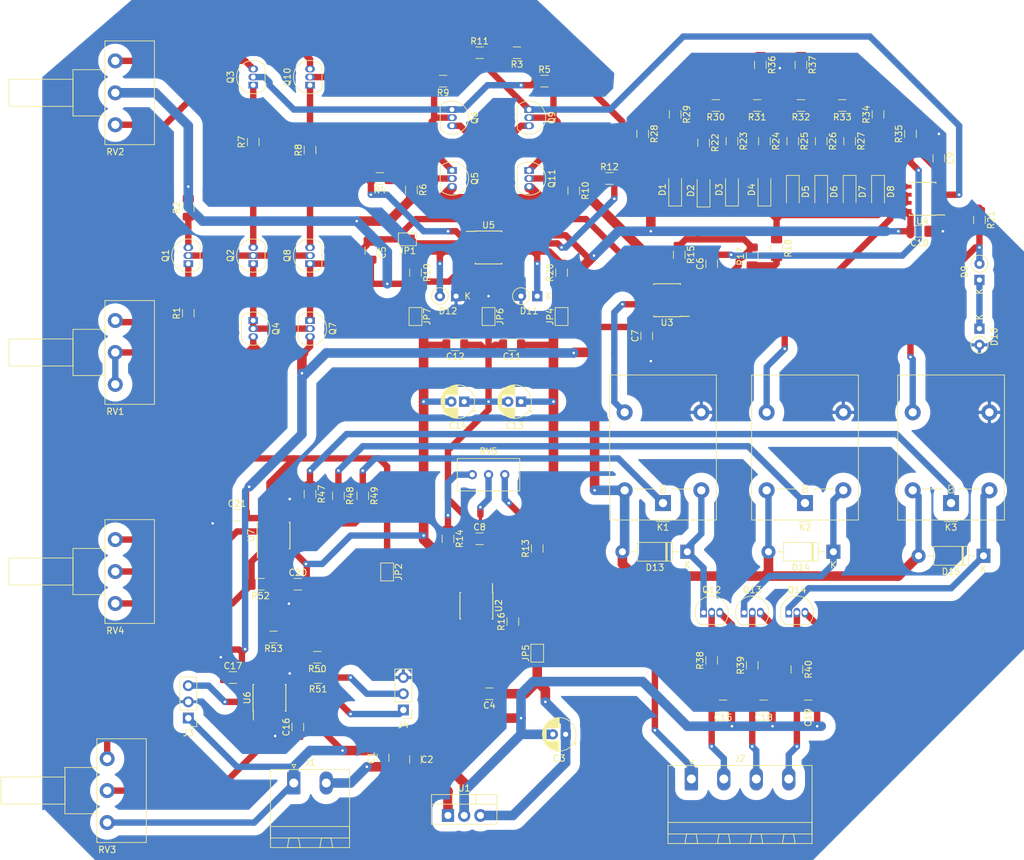
<source format=kicad_pcb>
(kicad_pcb (version 20171130) (host pcbnew "(5.1.6)-1")
  (layers (0 F.Cu signal) (31 B.Cu signal) (34 B.Paste user) (35 F.Paste user) (36 B.SilkS user) (37 F.SilkS user) (38 B.Mask user) (39 F.Mask user) (44 Edge.Cuts user))
  (net 0 "")
  (net 1 -12V)
  (net 2 "Net-(C1-Pad1)")
  (net 3 "Net-(C3-Pad1)")
  (net 4 "Net-(C5-Pad1)")
  (net 5 GND1)
  (net 6 +12V)
  (net 7 "Net-(C8-Pad2)")
  (net 8 "Net-(C11-Pad2)")
  (net 9 "Net-(C15-Pad2)")
  (net 10 "Net-(C18-Pad2)")
  (net 11 "Net-(C19-Pad2)")
  (net 12 "Net-(D1-Pad2)")
  (net 13 "Net-(D1-Pad1)")
  (net 14 "Net-(D2-Pad2)")
  (net 15 "Net-(D3-Pad2)")
  (net 16 "Net-(D4-Pad2)")
  (net 17 "Net-(D5-Pad1)")
  (net 18 "Net-(D6-Pad1)")
  (net 19 "Net-(D7-Pad1)")
  (net 20 "Net-(D8-Pad1)")
  (net 21 "Net-(D9-Pad2)")
  (net 22 "Net-(D10-Pad1)")
  (net 23 "Net-(D11-Pad1)")
  (net 24 "Net-(D12-Pad2)")
  (net 25 "Net-(D13-Pad1)")
  (net 26 "Net-(D14-Pad1)")
  (net 27 "Net-(D15-Pad1)")
  (net 28 "Net-(J4-Pad2)")
  (net 29 "Net-(J4-Pad1)")
  (net 30 "Net-(JP1-Pad1)")
  (net 31 "Net-(JP2-Pad1)")
  (net 32 "Net-(JP2-Pad2)")
  (net 33 "Net-(K2-Pad1)")
  (net 34 "Net-(K3-Pad1)")
  (net 35 "Net-(Q1-Pad1)")
  (net 36 "Net-(Q1-Pad3)")
  (net 37 "Net-(Q1-Pad2)")
  (net 38 "Net-(Q2-Pad1)")
  (net 39 "Net-(Q2-Pad3)")
  (net 40 "Net-(Q3-Pad1)")
  (net 41 "Net-(Q3-Pad3)")
  (net 42 "Net-(Q3-Pad2)")
  (net 43 "Net-(Q5-Pad1)")
  (net 44 "Net-(Q5-Pad2)")
  (net 45 "Net-(Q8-Pad3)")
  (net 46 "Net-(Q10-Pad2)")
  (net 47 "Net-(Q11-Pad1)")
  (net 48 "Net-(Q10-Pad1)")
  (net 49 "Net-(Q10-Pad3)")
  (net 50 "Net-(Q11-Pad2)")
  (net 51 "Net-(Q12-Pad2)")
  (net 52 "Net-(Q13-Pad2)")
  (net 53 "Net-(Q14-Pad2)")
  (net 54 "Net-(R1-Pad1)")
  (net 55 "Net-(R4-Pad2)")
  (net 56 "Net-(R12-Pad2)")
  (net 57 "Net-(R13-Pad2)")
  (net 58 "Net-(R14-Pad1)")
  (net 59 "Net-(R15-Pad1)")
  (net 60 "Net-(R16-Pad1)")
  (net 61 "Net-(R17-Pad1)")
  (net 62 "Net-(R21-Pad1)")
  (net 63 "Net-(R22-Pad1)")
  (net 64 "Net-(R23-Pad1)")
  (net 65 "Net-(R24-Pad1)")
  (net 66 "Net-(R25-Pad1)")
  (net 67 "Net-(R26-Pad1)")
  (net 68 "Net-(R27-Pad1)")
  (net 69 "Net-(R47-Pad2)")
  (net 70 "Net-(R50-Pad2)")
  (net 71 "Net-(R52-Pad2)")
  (net 72 "Net-(RV4-Pad2)")
  (net 73 "Net-(RV5-Pad2)")
  (net 74 "Net-(K1-Pad1)")
  (net 75 "Net-(K2-Pad4)")
  (net 76 "Net-(K1-Pad4)")
  (net 77 "Net-(J3-Pad3)")
  (net 78 "Net-(C11-Pad1)")
  (module Connector_PinHeader_2.54mm:PinHeader_1x03_P2.54mm_Vertical (layer F.Cu) (at 49.53 138.43 180)
    (fp_text reference J3 (at 0 -2.33) (layer F.SilkS))
    (fp_text value Conn_01x03_Male)
    (pad 3 thru_hole oval (at 0 5.08 180) (size 1.7 1.7) (drill 1) (layers *.Cu *.Mask) (net 77 "Net-(J3-Pad3)"))
    (pad 2 thru_hole oval (at 0 2.54 180) (size 1.7 1.7) (drill 1) (layers *.Cu *.Mask) (net 5 GND1))
    (pad 1 thru_hole rect (at 0 0 180) (size 1.7 1.7) (drill 1) (layers *.Cu *.Mask) (net 1 -12V))
  )
  (module Diode_THT:D_DO-41_SOD81_P10.16mm_Horizontal (layer F.Cu) (at 173.99 113.03 180)
    (fp_text reference D15 (at 5.08 -2.47) (layer F.SilkS))
    (fp_text value DIODE)
    (fp_text user K (at 0 -2.1) (layer F.SilkS))
    (pad 2 thru_hole oval (at 10.16 0 180) (size 2.2 2.2) (drill 1.1) (layers *.Cu *.Mask) (net 6 +12V))
    (pad 1 thru_hole rect (at 0 0 180) (size 2.2 2.2) (drill 1.1) (layers *.Cu *.Mask) (net 27 "Net-(D15-Pad1)"))
  )
  (module Diode_THT:D_DO-41_SOD81_P10.16mm_Horizontal (layer F.Cu) (at 150.495 112.395 180)
    (fp_text reference D14 (at 5.08 -2.47) (layer F.SilkS))
    (fp_text value DIODE)
    (fp_text user K (at 0 -2.1) (layer F.SilkS))
    (pad 2 thru_hole oval (at 10.16 0 180) (size 2.2 2.2) (drill 1.1) (layers *.Cu *.Mask) (net 6 +12V))
    (pad 1 thru_hole rect (at 0 0 180) (size 2.2 2.2) (drill 1.1) (layers *.Cu *.Mask) (net 26 "Net-(D14-Pad1)"))
  )
  (module Diode_THT:D_DO-41_SOD81_P10.16mm_Horizontal (layer F.Cu) (at 127.635 112.395 180)
    (fp_text reference D13 (at 5.08 -2.47) (layer F.SilkS))
    (fp_text value DIODE)
    (fp_text user K (at 0 -2.1) (layer F.SilkS))
    (pad 2 thru_hole oval (at 10.16 0 180) (size 2.2 2.2) (drill 1.1) (layers *.Cu *.Mask) (net 6 +12V))
    (pad 1 thru_hole rect (at 0 0 180) (size 2.2 2.2) (drill 1.1) (layers *.Cu *.Mask) (net 25 "Net-(D13-Pad1)"))
  )
  (module Relay_THT:Relay_SPDT_Omron-G5LE-1 (layer F.Cu) (at 168.91 104.775 180)
    (fp_text reference K3 (at 0 -3.8) (layer F.SilkS))
    (fp_text value G5LE-1)
    (pad 5 thru_hole oval (at 6 2 180) (size 2.5 2.5) (drill 1.3) (layers *.Cu *.Mask) (net 6 +12V))
    (pad 4 thru_hole oval (at 6 14.2 180) (size 2.5 2.5) (drill 1.3) (layers *.Cu *.Mask) (net 21 "Net-(D9-Pad2)"))
    (pad 3 thru_hole oval (at -6 14.2 180) (size 2.5 2.5) (drill 1.3) (layers *.Cu *.Mask) (net 5 GND1))
    (pad 2 thru_hole oval (at -6 2 180) (size 2.5 2.5) (drill 1.3) (layers *.Cu *.Mask) (net 27 "Net-(D15-Pad1)"))
    (pad 1 thru_hole rect (at 0 0 180) (size 2.5 2.5) (drill 1.3) (layers *.Cu *.Mask) (net 34 "Net-(K3-Pad1)"))
  )
  (module Relay_THT:Relay_SPDT_Omron-G5LE-1 (layer F.Cu) (at 146.05 104.775 180)
    (fp_text reference K2 (at 0 -3.8) (layer F.SilkS))
    (fp_text value G5LE-1)
    (pad 5 thru_hole oval (at 6 2 180) (size 2.5 2.5) (drill 1.3) (layers *.Cu *.Mask) (net 6 +12V))
    (pad 4 thru_hole oval (at 6 14.2 180) (size 2.5 2.5) (drill 1.3) (layers *.Cu *.Mask) (net 75 "Net-(K2-Pad4)"))
    (pad 3 thru_hole oval (at -6 14.2 180) (size 2.5 2.5) (drill 1.3) (layers *.Cu *.Mask) (net 5 GND1))
    (pad 2 thru_hole oval (at -6 2 180) (size 2.5 2.5) (drill 1.3) (layers *.Cu *.Mask) (net 26 "Net-(D14-Pad1)"))
    (pad 1 thru_hole rect (at 0 0 180) (size 2.5 2.5) (drill 1.3) (layers *.Cu *.Mask) (net 33 "Net-(K2-Pad1)"))
  )
  (module Relay_THT:Relay_SPDT_Omron-G5LE-1 (layer F.Cu) (at 123.825 104.775 180)
    (fp_text reference K1 (at 0 -3.8) (layer F.SilkS))
    (fp_text value G5LE-1)
    (pad 5 thru_hole oval (at 6 2 180) (size 2.5 2.5) (drill 1.3) (layers *.Cu *.Mask) (net 6 +12V))
    (pad 4 thru_hole oval (at 6 14.2 180) (size 2.5 2.5) (drill 1.3) (layers *.Cu *.Mask) (net 76 "Net-(K1-Pad4)"))
    (pad 3 thru_hole oval (at -6 14.2 180) (size 2.5 2.5) (drill 1.3) (layers *.Cu *.Mask) (net 5 GND1))
    (pad 2 thru_hole oval (at -6 2 180) (size 2.5 2.5) (drill 1.3) (layers *.Cu *.Mask) (net 25 "Net-(D13-Pad1)"))
    (pad 1 thru_hole rect (at 0 0 180) (size 2.5 2.5) (drill 1.3) (layers *.Cu *.Mask) (net 74 "Net-(K1-Pad1)"))
  )
  (module Capacitor_SMD:C_1206_3216Metric (layer F.Cu) (at 121.285 78.61 90)
    (fp_text reference C7 (at 0 -1.82 90) (layer F.SilkS))
    (fp_text value CAP)
    (pad 2 smd roundrect (at 1.4 0 90) (size 1.25 1.75) (layers F.Cu F.Paste F.Mask) (roundrect_rratio 0.2) (net 6 +12V))
    (pad 1 smd roundrect (at -1.4 0 90) (size 1.25 1.75) (layers F.Cu F.Paste F.Mask) (roundrect_rratio 0.2) (net 5 GND1))
  )
  (module Capacitor_SMD:C_1206_3216Metric (layer F.Cu) (at 167.005 50.8 270)
    (fp_text reference C9 (at 0 -1.82 90) (layer F.SilkS))
    (fp_text value CAP)
    (pad 2 smd roundrect (at 1.4 0 270) (size 1.25 1.75) (layers F.Cu F.Paste F.Mask) (roundrect_rratio 0.2) (net 1 -12V))
    (pad 1 smd roundrect (at -1.4 0 270) (size 1.25 1.75) (layers F.Cu F.Paste F.Mask) (roundrect_rratio 0.2) (net 5 GND1))
  )
  (module Capacitor_THT:CP_Radial_D5.0mm_P2.00mm (layer F.Cu) (at 108.585 140.97 180)
    (fp_text reference C3 (at 1 -3.75) (layer F.SilkS))
    (fp_text value CAP)
    (pad 2 thru_hole circle (at 2 0 180) (size 1.6 1.6) (drill 0.8) (layers *.Cu *.Mask) (net 1 -12V))
    (pad 1 thru_hole rect (at 0 0 180) (size 1.6 1.6) (drill 0.8) (layers *.Cu *.Mask) (net 3 "Net-(C3-Pad1)"))
  )
  (module Capacitor_SMD:C_1206_3216Metric (layer F.Cu) (at 100.2 80.01 180)
    (fp_text reference C11 (at 0 -1.82) (layer F.SilkS))
    (fp_text value CAP)
    (pad 2 smd roundrect (at 1.4 0 180) (size 1.25 1.75) (layers F.Cu F.Paste F.Mask) (roundrect_rratio 0.2) (net 8 "Net-(C11-Pad2)"))
    (pad 1 smd roundrect (at -1.4 0 180) (size 1.25 1.75) (layers F.Cu F.Paste F.Mask) (roundrect_rratio 0.2) (net 78 "Net-(C11-Pad1)"))
  )
  (module Capacitor_SMD:C_1206_3216Metric (layer F.Cu) (at 91.31 80.01 180)
    (fp_text reference C12 (at 0 -1.82) (layer F.SilkS))
    (fp_text value CAP)
    (pad 2 smd roundrect (at 1.4 0 180) (size 1.25 1.75) (layers F.Cu F.Paste F.Mask) (roundrect_rratio 0.2) (net 1 -12V))
    (pad 1 smd roundrect (at -1.4 0 180) (size 1.25 1.75) (layers F.Cu F.Paste F.Mask) (roundrect_rratio 0.2) (net 8 "Net-(C11-Pad2)"))
  )
  (module Capacitor_THT:CP_Radial_D5.0mm_P2.00mm (layer F.Cu) (at 101.6 88.9 180)
    (fp_text reference C13 (at 1 -3.75) (layer F.SilkS))
    (fp_text value CAP)
    (pad 2 thru_hole circle (at 2 0 180) (size 1.6 1.6) (drill 0.8) (layers *.Cu *.Mask) (net 8 "Net-(C11-Pad2)"))
    (pad 1 thru_hole rect (at 0 0 180) (size 1.6 1.6) (drill 0.8) (layers *.Cu *.Mask) (net 78 "Net-(C11-Pad1)"))
  )
  (module Capacitor_SMD:C_1206_3216Metric (layer F.Cu) (at 95.12 110.36)
    (fp_text reference C8 (at 0 -1.82) (layer F.SilkS))
    (fp_text value CAP)
    (pad 2 smd roundrect (at 1.4 0) (size 1.25 1.75) (layers F.Cu F.Paste F.Mask) (roundrect_rratio 0.2) (net 7 "Net-(C8-Pad2)"))
    (pad 1 smd roundrect (at -1.4 0) (size 1.25 1.75) (layers F.Cu F.Paste F.Mask) (roundrect_rratio 0.2) (net 8 "Net-(C11-Pad2)"))
  )
  (module Jumper:SolderJumper-2_P1.3mm_Open_Pad1.0x1.5mm (layer F.Cu) (at 104.14 128.27 90)
    (fp_text reference JP5 (at 0 -1.8 90) (layer F.SilkS))
    (fp_text value Jumper)
    (pad 1 smd rect (at -0.65 0 90) (size 1 1.5) (layers F.Cu F.Mask) (net 3 "Net-(C3-Pad1)"))
    (pad 2 smd rect (at 0.65 0 90) (size 1 1.5) (layers F.Cu F.Mask) (net 78 "Net-(C11-Pad1)"))
  )
  (module Jumper:SolderJumper-2_P1.3mm_Open_Pad1.0x1.5mm (layer F.Cu) (at 96.52 75.58 270)
    (fp_text reference JP6 (at 0 -1.8 90) (layer F.SilkS))
    (fp_text value Jumper)
    (pad 1 smd rect (at -0.65 0 270) (size 1 1.5) (layers F.Cu F.Mask) (net 5 GND1))
    (pad 2 smd rect (at 0.65 0 270) (size 1 1.5) (layers F.Cu F.Mask) (net 8 "Net-(C11-Pad2)"))
  )
  (module Capacitor_THT:CP_Radial_D5.0mm_P2.00mm (layer F.Cu) (at 92.71 88.9 180)
    (fp_text reference C14 (at 1 -3.75) (layer F.SilkS))
    (fp_text value CAP)
    (pad 2 thru_hole circle (at 2 0 180) (size 1.6 1.6) (drill 0.8) (layers *.Cu *.Mask) (net 1 -12V))
    (pad 1 thru_hole rect (at 0 0 180) (size 1.6 1.6) (drill 0.8) (layers *.Cu *.Mask) (net 8 "Net-(C11-Pad2)"))
  )
  (module Resistor_SMD:R_1206_3216Metric (layer F.Cu) (at 90.17 110.36 270)
    (fp_text reference R14 (at 0 -1.82 90) (layer F.SilkS))
    (fp_text value R)
    (pad 2 smd roundrect (at 1.4 0 270) (size 1.25 1.75) (layers F.Cu F.Paste F.Mask) (roundrect_rratio 0.2) (net 1 -12V))
    (pad 1 smd roundrect (at -1.4 0 270) (size 1.25 1.75) (layers F.Cu F.Paste F.Mask) (roundrect_rratio 0.2) (net 58 "Net-(R14-Pad1)"))
  )
  (module Resistor_SMD:R_1206_3216Metric (layer F.Cu) (at 100.33 123.32 90)
    (fp_text reference R16 (at 0 -1.82 90) (layer F.SilkS))
    (fp_text value R)
    (pad 2 smd roundrect (at 1.4 0 90) (size 1.25 1.75) (layers F.Cu F.Paste F.Mask) (roundrect_rratio 0.2) (net 7 "Net-(C8-Pad2)"))
    (pad 1 smd roundrect (at -1.4 0 90) (size 1.25 1.75) (layers F.Cu F.Paste F.Mask) (roundrect_rratio 0.2) (net 60 "Net-(R16-Pad1)"))
  )
  (module Potentiometer_THT:Potentiometer_Bourns_3296W_Vertical (layer F.Cu) (at 99.06 100.33)
    (fp_text reference RV5 (at -2.54 -3.66) (layer F.SilkS))
    (fp_text value R_POT)
    (pad 3 thru_hole circle (at -5.08 0) (size 1.44 1.44) (drill 0.8) (layers *.Cu *.Mask) (net 58 "Net-(R14-Pad1)"))
    (pad 2 thru_hole circle (at -2.54 0) (size 1.44 1.44) (drill 0.8) (layers *.Cu *.Mask) (net 73 "Net-(RV5-Pad2)"))
    (pad 1 thru_hole circle (at 0 0) (size 1.44 1.44) (drill 0.8) (layers *.Cu *.Mask) (net 57 "Net-(R13-Pad2)"))
  )
  (module Resistor_SMD:R_1206_3216Metric (layer F.Cu) (at 104.14 111.89 90)
    (fp_text reference R13 (at 0 -1.82 90) (layer F.SilkS))
    (fp_text value R)
    (pad 2 smd roundrect (at 1.4 0 90) (size 1.25 1.75) (layers F.Cu F.Paste F.Mask) (roundrect_rratio 0.2) (net 57 "Net-(R13-Pad2)"))
    (pad 1 smd roundrect (at -1.4 0 90) (size 1.25 1.75) (layers F.Cu F.Paste F.Mask) (roundrect_rratio 0.2) (net 78 "Net-(C11-Pad1)"))
  )
  (module Package_SO:PowerIntegrations_SO-8 (layer F.Cu) (at 94.615 120.835 270)
    (fp_text reference U2 (at 0 -3.5 90) (layer F.SilkS))
    (fp_text value TL072)
    (pad 8 smd rect (at 2.725 -1.905 270) (size 2 0.6) (layers F.Cu F.Paste F.Mask) (net 78 "Net-(C11-Pad1)"))
    (pad 7 smd rect (at 2.725 -0.635 270) (size 2 0.6) (layers F.Cu F.Paste F.Mask) (net 8 "Net-(C11-Pad2)"))
    (pad 6 smd rect (at 2.725 0.635 270) (size 2 0.6) (layers F.Cu F.Paste F.Mask) (net 8 "Net-(C11-Pad2)"))
    (pad 5 smd rect (at 2.725 1.905 270) (size 2 0.6) (layers F.Cu F.Paste F.Mask) (net 60 "Net-(R16-Pad1)"))
    (pad 4 smd rect (at -2.725 1.905 270) (size 2 0.6) (layers F.Cu F.Paste F.Mask) (net 1 -12V))
    (pad 3 smd rect (at -2.725 0.635 270) (size 2 0.6) (layers F.Cu F.Paste F.Mask) (net 8 "Net-(C11-Pad2)"))
    (pad 2 smd rect (at -2.725 -0.635 270) (size 2 0.6) (layers F.Cu F.Paste F.Mask) (net 73 "Net-(RV5-Pad2)"))
    (pad 1 smd rect (at -2.725 -1.905 270) (size 2 0.6) (layers F.Cu F.Paste F.Mask) (net 7 "Net-(C8-Pad2)"))
  )
  (module Capacitor_SMD:C_1206_3216Metric (layer F.Cu) (at 96.65 134.62 180)
    (fp_text reference C4 (at 0 -1.82) (layer F.SilkS))
    (fp_text value CAP)
    (pad 2 smd roundrect (at 1.4 0 180) (size 1.25 1.75) (layers F.Cu F.Paste F.Mask) (roundrect_rratio 0.2) (net 1 -12V))
    (pad 1 smd roundrect (at -1.4 0 180) (size 1.25 1.75) (layers F.Cu F.Paste F.Mask) (roundrect_rratio 0.2) (net 3 "Net-(C3-Pad1)"))
  )
  (module Capacitor_SMD:C_1206_3216Metric (layer F.Cu) (at 80.01 144.65 90)
    (fp_text reference C1 (at 0 -1.82 90) (layer F.SilkS))
    (fp_text value CAP)
    (pad 2 smd roundrect (at 1.4 0 90) (size 1.25 1.75) (layers F.Cu F.Paste F.Mask) (roundrect_rratio 0.2) (net 1 -12V))
    (pad 1 smd roundrect (at -1.4 0 90) (size 1.25 1.75) (layers F.Cu F.Paste F.Mask) (roundrect_rratio 0.2) (net 2 "Net-(C1-Pad1)"))
  )
  (module Capacitor_SMD:C_1206_3216Metric (layer F.Cu) (at 85.09 144.91 270)
    (fp_text reference C2 (at 0 -1.82) (layer F.SilkS))
    (fp_text value CAP)
    (pad 2 smd roundrect (at 1.4 0 270) (size 1.25 1.75) (layers F.Cu F.Paste F.Mask) (roundrect_rratio 0.2) (net 2 "Net-(C1-Pad1)"))
    (pad 1 smd roundrect (at -1.4 0 270) (size 1.25 1.75) (layers F.Cu F.Paste F.Mask) (roundrect_rratio 0.2) (net 1 -12V))
  )
  (module Package_SO:PowerIntegrations_SO-8 (layer F.Cu) (at 62.865 109.855 90)
    (fp_text reference U7 (at 0 -3.5 90) (layer F.SilkS))
    (fp_text value TL072)
    (pad 8 smd rect (at 2.725 -1.905 90) (size 2 0.6) (layers F.Cu F.Paste F.Mask) (net 6 +12V))
    (pad 7 smd rect (at 2.725 -0.635 90) (size 2 0.6) (layers F.Cu F.Paste F.Mask) (net 31 "Net-(JP2-Pad1)"))
    (pad 6 smd rect (at 2.725 0.635 90) (size 2 0.6) (layers F.Cu F.Paste F.Mask) (net 72 "Net-(RV4-Pad2)"))
    (pad 5 smd rect (at 2.725 1.905 90) (size 2 0.6) (layers F.Cu F.Paste F.Mask) (net 5 GND1))
    (pad 4 smd rect (at -2.725 1.905 90) (size 2 0.6) (layers F.Cu F.Paste F.Mask) (net 1 -12V))
    (pad 3 smd rect (at -2.725 0.635 90) (size 2 0.6) (layers F.Cu F.Paste F.Mask) (net 5 GND1))
    (pad 2 smd rect (at -2.725 -0.635 90) (size 2 0.6) (layers F.Cu F.Paste F.Mask) (net 69 "Net-(R47-Pad2)"))
    (pad 1 smd rect (at -2.725 -1.905 90) (size 2 0.6) (layers F.Cu F.Paste F.Mask) (net 71 "Net-(R52-Pad2)"))
  )
  (module Package_SO:PowerIntegrations_SO-8 (layer F.Cu) (at 62.23 135.255 90)
    (fp_text reference U6 (at 0 -3.5 90) (layer F.SilkS))
    (fp_text value TL072)
    (pad 8 smd rect (at 2.725 -1.905 90) (size 2 0.6) (layers F.Cu F.Paste F.Mask) (net 6 +12V))
    (pad 7 smd rect (at 2.725 -0.635 90) (size 2 0.6) (layers F.Cu F.Paste F.Mask) (net 77 "Net-(J3-Pad3)"))
    (pad 6 smd rect (at 2.725 0.635 90) (size 2 0.6) (layers F.Cu F.Paste F.Mask) (net 70 "Net-(R50-Pad2)"))
    (pad 5 smd rect (at 2.725 1.905 90) (size 2 0.6) (layers F.Cu F.Paste F.Mask) (net 5 GND1))
    (pad 4 smd rect (at -2.725 1.905 90) (size 2 0.6) (layers F.Cu F.Paste F.Mask) (net 1 -12V))
    (pad 3 smd rect (at -2.725 0.635 90) (size 2 0.6) (layers F.Cu F.Paste F.Mask) (net 5 GND1))
    (pad 2 smd rect (at -2.725 -0.635 90) (size 2 0.6) (layers F.Cu F.Paste F.Mask) (net 29 "Net-(J4-Pad1)"))
    (pad 1 smd rect (at -2.725 -1.905 90) (size 2 0.6) (layers F.Cu F.Paste F.Mask) (net 29 "Net-(J4-Pad1)"))
  )
  (module Package_SO:PowerIntegrations_SO-8 (layer F.Cu) (at 96.52 64.77)
    (fp_text reference U5 (at 0 -3.5) (layer F.SilkS))
    (fp_text value TL072)
    (pad 8 smd rect (at 2.725 -1.905) (size 2 0.6) (layers F.Cu F.Paste F.Mask) (net 6 +12V))
    (pad 7 smd rect (at 2.725 -0.635) (size 2 0.6) (layers F.Cu F.Paste F.Mask) (net 56 "Net-(R12-Pad2)"))
    (pad 6 smd rect (at 2.725 0.635) (size 2 0.6) (layers F.Cu F.Paste F.Mask) (net 23 "Net-(D11-Pad1)"))
    (pad 5 smd rect (at 2.725 1.905) (size 2 0.6) (layers F.Cu F.Paste F.Mask) (net 30 "Net-(JP1-Pad1)"))
    (pad 4 smd rect (at -2.725 1.905) (size 2 0.6) (layers F.Cu F.Paste F.Mask) (net 1 -12V))
    (pad 3 smd rect (at -2.725 0.635) (size 2 0.6) (layers F.Cu F.Paste F.Mask) (net 24 "Net-(D12-Pad2)"))
    (pad 2 smd rect (at -2.725 -0.635) (size 2 0.6) (layers F.Cu F.Paste F.Mask) (net 30 "Net-(JP1-Pad1)"))
    (pad 1 smd rect (at -2.725 -1.905) (size 2 0.6) (layers F.Cu F.Paste F.Mask) (net 55 "Net-(R4-Pad2)"))
  )
  (module Package_SO:PowerIntegrations_SO-8 (layer F.Cu) (at 164.465 57.15 180)
    (fp_text reference U4 (at 0 -3.5) (layer F.SilkS))
    (fp_text value TL072)
    (pad 8 smd rect (at 2.725 -1.905 180) (size 2 0.6) (layers F.Cu F.Paste F.Mask) (net 6 +12V))
    (pad 7 smd rect (at 2.725 -0.635 180) (size 2 0.6) (layers F.Cu F.Paste F.Mask) (net 75 "Net-(K2-Pad4)"))
    (pad 6 smd rect (at 2.725 0.635 180) (size 2 0.6) (layers F.Cu F.Paste F.Mask) (net 75 "Net-(K2-Pad4)"))
    (pad 5 smd rect (at 2.725 1.905 180) (size 2 0.6) (layers F.Cu F.Paste F.Mask) (net 13 "Net-(D1-Pad1)"))
    (pad 4 smd rect (at -2.725 1.905 180) (size 2 0.6) (layers F.Cu F.Paste F.Mask) (net 1 -12V))
    (pad 3 smd rect (at -2.725 0.635 180) (size 2 0.6) (layers F.Cu F.Paste F.Mask) (net 46 "Net-(Q10-Pad2)"))
    (pad 2 smd rect (at -2.725 -0.635 180) (size 2 0.6) (layers F.Cu F.Paste F.Mask) (net 62 "Net-(R21-Pad1)"))
    (pad 1 smd rect (at -2.725 -1.905 180) (size 2 0.6) (layers F.Cu F.Paste F.Mask) (net 62 "Net-(R21-Pad1)"))
  )
  (module Package_SO:PowerIntegrations_SO-8 (layer F.Cu) (at 124.46 73.025 180)
    (fp_text reference U3 (at 0 -3.5) (layer F.SilkS))
    (fp_text value TL072)
    (pad 8 smd rect (at 2.725 -1.905 180) (size 2 0.6) (layers F.Cu F.Paste F.Mask) (net 6 +12V))
    (pad 7 smd rect (at 2.725 -0.635 180) (size 2 0.6) (layers F.Cu F.Paste F.Mask) (net 76 "Net-(K1-Pad4)"))
    (pad 6 smd rect (at 2.725 0.635 180) (size 2 0.6) (layers F.Cu F.Paste F.Mask) (net 76 "Net-(K1-Pad4)"))
    (pad 5 smd rect (at 2.725 1.905 180) (size 2 0.6) (layers F.Cu F.Paste F.Mask) (net 4 "Net-(C5-Pad1)"))
    (pad 4 smd rect (at -2.725 1.905 180) (size 2 0.6) (layers F.Cu F.Paste F.Mask) (net 1 -12V))
    (pad 3 smd rect (at -2.725 0.635 180) (size 2 0.6) (layers F.Cu F.Paste F.Mask) (net 5 GND1))
    (pad 2 smd rect (at -2.725 -0.635 180) (size 2 0.6) (layers F.Cu F.Paste F.Mask) (net 59 "Net-(R15-Pad1)"))
    (pad 1 smd rect (at -2.725 -1.905 180) (size 2 0.6) (layers F.Cu F.Paste F.Mask) (net 61 "Net-(R17-Pad1)"))
  )
  (module Package_TO_SOT_THT:TO-220-3_Vertical (layer F.Cu) (at 90.17 153.67)
    (fp_text reference U1 (at 2.54 -4.27) (layer F.SilkS))
    (fp_text value L7824)
    (pad 3 thru_hole oval (at 5.08 0) (size 1.905 2) (drill 1.1) (layers *.Cu *.Mask) (net 3 "Net-(C3-Pad1)"))
    (pad 2 thru_hole oval (at 2.54 0) (size 1.905 2) (drill 1.1) (layers *.Cu *.Mask) (net 1 -12V))
    (pad 1 thru_hole rect (at 0 0) (size 1.905 2) (drill 1.1) (layers *.Cu *.Mask) (net 2 "Net-(C1-Pad1)"))
  )
  (module Potentiometer_THT:Potentiometer_Piher_T-16H_Single_Horizontal (layer F.Cu) (at 38.1 110.49 180)
    (fp_text reference RV4 (at 0 -14.25) (layer F.SilkS))
    (fp_text value R_POT)
    (pad 1 thru_hole circle (at 0 0 180) (size 2.34 2.34) (drill 1.3) (layers *.Cu *.Mask) (net 31 "Net-(JP2-Pad1)"))
    (pad 2 thru_hole circle (at 0 -5 180) (size 2.34 2.34) (drill 1.3) (layers *.Cu *.Mask) (net 72 "Net-(RV4-Pad2)"))
    (pad 3 thru_hole circle (at 0 -10 180) (size 2.34 2.34) (drill 1.3) (layers *.Cu *.Mask) (net 71 "Net-(R52-Pad2)"))
  )
  (module Potentiometer_THT:Potentiometer_Piher_T-16H_Single_Horizontal (layer F.Cu) (at 36.83 144.78 180)
    (fp_text reference RV3 (at 0 -14.25) (layer F.SilkS))
    (fp_text value R_POT)
    (pad 1 thru_hole circle (at 0 0 180) (size 2.34 2.34) (drill 1.3) (layers *.Cu *.Mask) (net 6 +12V))
    (pad 2 thru_hole circle (at 0 -5 180) (size 2.34 2.34) (drill 1.3) (layers *.Cu *.Mask) (net 29 "Net-(J4-Pad1)"))
    (pad 3 thru_hole circle (at 0 -10 180) (size 2.34 2.34) (drill 1.3) (layers *.Cu *.Mask) (net 1 -12V))
  )
  (module Potentiometer_THT:Potentiometer_Piher_T-16H_Single_Horizontal (layer F.Cu) (at 38.1 35.56 180)
    (fp_text reference RV2 (at 0 -14.25) (layer F.SilkS))
    (fp_text value R_POT)
    (pad 1 thru_hole circle (at 0 0 180) (size 2.34 2.34) (drill 1.3) (layers *.Cu *.Mask) (net 49 "Net-(Q10-Pad3)"))
    (pad 2 thru_hole circle (at 0 -5 180) (size 2.34 2.34) (drill 1.3) (layers *.Cu *.Mask) (net 1 -12V))
    (pad 3 thru_hole circle (at 0 -10 180) (size 2.34 2.34) (drill 1.3) (layers *.Cu *.Mask) (net 41 "Net-(Q3-Pad3)"))
  )
  (module Potentiometer_THT:Potentiometer_Piher_T-16H_Single_Horizontal (layer F.Cu) (at 38.1 76.2 180)
    (fp_text reference RV1 (at 0 -14.25) (layer F.SilkS))
    (fp_text value R_POT)
    (pad 1 thru_hole circle (at 0 0 180) (size 2.34 2.34) (drill 1.3) (layers *.Cu *.Mask) (net 54 "Net-(R1-Pad1)"))
    (pad 2 thru_hole circle (at 0 -5 180) (size 2.34 2.34) (drill 1.3) (layers *.Cu *.Mask) (net 6 +12V))
    (pad 3 thru_hole circle (at 0 -10 180) (size 2.34 2.34) (drill 1.3) (layers *.Cu *.Mask) (net 6 +12V))
  )
  (module Resistor_SMD:R_1206_3216Metric (layer F.Cu) (at 62.865 125.73 180)
    (fp_text reference R53 (at 0 -1.82) (layer F.SilkS))
    (fp_text value R)
    (pad 2 smd roundrect (at 1.4 0 180) (size 1.25 1.75) (layers F.Cu F.Paste F.Mask) (roundrect_rratio 0.2) (net 77 "Net-(J3-Pad3)"))
    (pad 1 smd roundrect (at -1.4 0 180) (size 1.25 1.75) (layers F.Cu F.Paste F.Mask) (roundrect_rratio 0.2) (net 70 "Net-(R50-Pad2)"))
  )
  (module Resistor_SMD:R_1206_3216Metric (layer F.Cu) (at 60.83 117.475 180)
    (fp_text reference R52 (at 0 -1.82) (layer F.SilkS))
    (fp_text value R)
    (pad 2 smd roundrect (at 1.4 0 180) (size 1.25 1.75) (layers F.Cu F.Paste F.Mask) (roundrect_rratio 0.2) (net 71 "Net-(R52-Pad2)"))
    (pad 1 smd roundrect (at -1.4 0 180) (size 1.25 1.75) (layers F.Cu F.Paste F.Mask) (roundrect_rratio 0.2) (net 69 "Net-(R47-Pad2)"))
  )
  (module Resistor_SMD:R_1206_3216Metric (layer F.Cu) (at 69.85 132.08 180)
    (fp_text reference R51 (at 0 -1.82) (layer F.SilkS))
    (fp_text value R)
    (pad 2 smd roundrect (at 1.4 0 180) (size 1.25 1.75) (layers F.Cu F.Paste F.Mask) (roundrect_rratio 0.2) (net 70 "Net-(R50-Pad2)"))
    (pad 1 smd roundrect (at -1.4 0 180) (size 1.25 1.75) (layers F.Cu F.Paste F.Mask) (roundrect_rratio 0.2) (net 28 "Net-(J4-Pad2)"))
  )
  (module Resistor_SMD:R_1206_3216Metric (layer F.Cu) (at 69.72 128.905 180)
    (fp_text reference R50 (at 0 -1.82) (layer F.SilkS))
    (fp_text value R)
    (pad 2 smd roundrect (at 1.4 0 180) (size 1.25 1.75) (layers F.Cu F.Paste F.Mask) (roundrect_rratio 0.2) (net 70 "Net-(R50-Pad2)"))
    (pad 1 smd roundrect (at -1.4 0 180) (size 1.25 1.75) (layers F.Cu F.Paste F.Mask) (roundrect_rratio 0.2) (net 32 "Net-(JP2-Pad2)"))
  )
  (module Resistor_SMD:R_1206_3216Metric (layer F.Cu) (at 76.835 103.635 270)
    (fp_text reference R49 (at 0 -1.82 90) (layer F.SilkS))
    (fp_text value R)
    (pad 2 smd roundrect (at 1.4 0 270) (size 1.25 1.75) (layers F.Cu F.Paste F.Mask) (roundrect_rratio 0.2) (net 69 "Net-(R47-Pad2)"))
    (pad 1 smd roundrect (at -1.4 0 270) (size 1.25 1.75) (layers F.Cu F.Paste F.Mask) (roundrect_rratio 0.2) (net 74 "Net-(K1-Pad1)"))
  )
  (module Resistor_SMD:R_1206_3216Metric (layer F.Cu) (at 73.025 103.635 270)
    (fp_text reference R48 (at 0 -1.82 90) (layer F.SilkS))
    (fp_text value R)
    (pad 2 smd roundrect (at 1.4 0 270) (size 1.25 1.75) (layers F.Cu F.Paste F.Mask) (roundrect_rratio 0.2) (net 69 "Net-(R47-Pad2)"))
    (pad 1 smd roundrect (at -1.4 0 270) (size 1.25 1.75) (layers F.Cu F.Paste F.Mask) (roundrect_rratio 0.2) (net 33 "Net-(K2-Pad1)"))
  )
  (module Resistor_SMD:R_1206_3216Metric (layer F.Cu) (at 68.58 103.375 270)
    (fp_text reference R47 (at 0 -1.82 90) (layer F.SilkS))
    (fp_text value R)
    (pad 2 smd roundrect (at 1.4 0 270) (size 1.25 1.75) (layers F.Cu F.Paste F.Mask) (roundrect_rratio 0.2) (net 69 "Net-(R47-Pad2)"))
    (pad 1 smd roundrect (at -1.4 0 270) (size 1.25 1.75) (layers F.Cu F.Paste F.Mask) (roundrect_rratio 0.2) (net 34 "Net-(K3-Pad1)"))
  )
  (module Resistor_SMD:R_1206_3216Metric (layer F.Cu) (at 144.78 130.81 270)
    (fp_text reference R40 (at 0 -1.82 90) (layer F.SilkS))
    (fp_text value R)
    (pad 2 smd roundrect (at 1.4 0 270) (size 1.25 1.75) (layers F.Cu F.Paste F.Mask) (roundrect_rratio 0.2) (net 11 "Net-(C19-Pad2)"))
    (pad 1 smd roundrect (at -1.4 0 270) (size 1.25 1.75) (layers F.Cu F.Paste F.Mask) (roundrect_rratio 0.2) (net 53 "Net-(Q14-Pad2)"))
  )
  (module Resistor_SMD:R_1206_3216Metric (layer F.Cu) (at 137.795 130.175 90)
    (fp_text reference R39 (at 0 -1.82 90) (layer F.SilkS))
    (fp_text value R)
    (pad 2 smd roundrect (at 1.4 0 90) (size 1.25 1.75) (layers F.Cu F.Paste F.Mask) (roundrect_rratio 0.2) (net 52 "Net-(Q13-Pad2)"))
    (pad 1 smd roundrect (at -1.4 0 90) (size 1.25 1.75) (layers F.Cu F.Paste F.Mask) (roundrect_rratio 0.2) (net 10 "Net-(C18-Pad2)"))
  )
  (module Resistor_SMD:R_1206_3216Metric (layer F.Cu) (at 131.445 129.41 90)
    (fp_text reference R38 (at 0 -1.82 90) (layer F.SilkS))
    (fp_text value R)
    (pad 2 smd roundrect (at 1.4 0 90) (size 1.25 1.75) (layers F.Cu F.Paste F.Mask) (roundrect_rratio 0.2) (net 51 "Net-(Q12-Pad2)"))
    (pad 1 smd roundrect (at -1.4 0 90) (size 1.25 1.75) (layers F.Cu F.Paste F.Mask) (roundrect_rratio 0.2) (net 9 "Net-(C15-Pad2)"))
  )
  (module Resistor_SMD:R_1206_3216Metric (layer F.Cu) (at 145.415 36.195 270)
    (fp_text reference R37 (at 0 -1.82 90) (layer F.SilkS))
    (fp_text value R)
    (pad 2 smd roundrect (at 1.4 0 270) (size 1.25 1.75) (layers F.Cu F.Paste F.Mask) (roundrect_rratio 0.2) (net 66 "Net-(R25-Pad1)"))
    (pad 1 smd roundrect (at -1.4 0 270) (size 1.25 1.75) (layers F.Cu F.Paste F.Mask) (roundrect_rratio 0.2) (net 5 GND1))
  )
  (module Resistor_SMD:R_1206_3216Metric (layer F.Cu) (at 139.065 36.195 270)
    (fp_text reference R36 (at 0 -1.82 90) (layer F.SilkS))
    (fp_text value R)
    (pad 2 smd roundrect (at 1.4 0 270) (size 1.25 1.75) (layers F.Cu F.Paste F.Mask) (roundrect_rratio 0.2) (net 65 "Net-(R24-Pad1)"))
    (pad 1 smd roundrect (at -1.4 0 270) (size 1.25 1.75) (layers F.Cu F.Paste F.Mask) (roundrect_rratio 0.2) (net 5 GND1))
  )
  (module Resistor_SMD:R_1206_3216Metric (layer F.Cu) (at 162.56 46.99 90)
    (fp_text reference R35 (at 0 -1.82 90) (layer F.SilkS))
    (fp_text value R)
    (pad 2 smd roundrect (at 1.4 0 90) (size 1.25 1.75) (layers F.Cu F.Paste F.Mask) (roundrect_rratio 0.2) (net 20 "Net-(D8-Pad1)"))
    (pad 1 smd roundrect (at -1.4 0 90) (size 1.25 1.75) (layers F.Cu F.Paste F.Mask) (roundrect_rratio 0.2) (net 1 -12V))
  )
  (module Resistor_SMD:R_1206_3216Metric (layer F.Cu) (at 157.48 43.945 90)
    (fp_text reference R34 (at 0 -1.82 90) (layer F.SilkS))
    (fp_text value R)
    (pad 2 smd roundrect (at 1.4 0 90) (size 1.25 1.75) (layers F.Cu F.Paste F.Mask) (roundrect_rratio 0.2) (net 68 "Net-(R27-Pad1)"))
    (pad 1 smd roundrect (at -1.4 0 90) (size 1.25 1.75) (layers F.Cu F.Paste F.Mask) (roundrect_rratio 0.2) (net 20 "Net-(D8-Pad1)"))
  )
  (module Resistor_SMD:R_1206_3216Metric (layer F.Cu) (at 151.895 42.545 180)
    (fp_text reference R33 (at 0 -1.82) (layer F.SilkS))
    (fp_text value R)
    (pad 2 smd roundrect (at 1.4 0 180) (size 1.25 1.75) (layers F.Cu F.Paste F.Mask) (roundrect_rratio 0.2) (net 67 "Net-(R26-Pad1)"))
    (pad 1 smd roundrect (at -1.4 0 180) (size 1.25 1.75) (layers F.Cu F.Paste F.Mask) (roundrect_rratio 0.2) (net 68 "Net-(R27-Pad1)"))
  )
  (module Resistor_SMD:R_1206_3216Metric (layer F.Cu) (at 145.415 42.545 180)
    (fp_text reference R32 (at 0 -1.82) (layer F.SilkS))
    (fp_text value R)
    (pad 2 smd roundrect (at 1.4 0 180) (size 1.25 1.75) (layers F.Cu F.Paste F.Mask) (roundrect_rratio 0.2) (net 66 "Net-(R25-Pad1)"))
    (pad 1 smd roundrect (at -1.4 0 180) (size 1.25 1.75) (layers F.Cu F.Paste F.Mask) (roundrect_rratio 0.2) (net 67 "Net-(R26-Pad1)"))
  )
  (module Resistor_SMD:R_1206_3216Metric (layer F.Cu) (at 138.56 42.545 180)
    (fp_text reference R31 (at 0 -1.82) (layer F.SilkS))
    (fp_text value R)
    (pad 2 smd roundrect (at 1.4 0 180) (size 1.25 1.75) (layers F.Cu F.Paste F.Mask) (roundrect_rratio 0.2) (net 64 "Net-(R23-Pad1)"))
    (pad 1 smd roundrect (at -1.4 0 180) (size 1.25 1.75) (layers F.Cu F.Paste F.Mask) (roundrect_rratio 0.2) (net 65 "Net-(R24-Pad1)"))
  )
  (module Resistor_SMD:R_1206_3216Metric (layer F.Cu) (at 132.08 42.545 180)
    (fp_text reference R30 (at 0 -1.82) (layer F.SilkS))
    (fp_text value R)
    (pad 2 smd roundrect (at 1.4 0 180) (size 1.25 1.75) (layers F.Cu F.Paste F.Mask) (roundrect_rratio 0.2) (net 63 "Net-(R22-Pad1)"))
    (pad 1 smd roundrect (at -1.4 0 180) (size 1.25 1.75) (layers F.Cu F.Paste F.Mask) (roundrect_rratio 0.2) (net 64 "Net-(R23-Pad1)"))
  )
  (module Resistor_SMD:R_1206_3216Metric (layer F.Cu) (at 125.73 43.945 270)
    (fp_text reference R29 (at 0 -1.82 90) (layer F.SilkS))
    (fp_text value R)
    (pad 2 smd roundrect (at 1.4 0 270) (size 1.25 1.75) (layers F.Cu F.Paste F.Mask) (roundrect_rratio 0.2) (net 12 "Net-(D1-Pad2)"))
    (pad 1 smd roundrect (at -1.4 0 270) (size 1.25 1.75) (layers F.Cu F.Paste F.Mask) (roundrect_rratio 0.2) (net 63 "Net-(R22-Pad1)"))
  )
  (module Resistor_SMD:R_1206_3216Metric (layer F.Cu) (at 120.65 46.99 270)
    (fp_text reference R28 (at 0 -1.82 90) (layer F.SilkS))
    (fp_text value R)
    (pad 2 smd roundrect (at 1.4 0 270) (size 1.25 1.75) (layers F.Cu F.Paste F.Mask) (roundrect_rratio 0.2) (net 6 +12V))
    (pad 1 smd roundrect (at -1.4 0 270) (size 1.25 1.75) (layers F.Cu F.Paste F.Mask) (roundrect_rratio 0.2) (net 12 "Net-(D1-Pad2)"))
  )
  (module Resistor_SMD:R_1206_3216Metric (layer F.Cu) (at 153.035 48.13 270)
    (fp_text reference R27 (at 0 -1.82 90) (layer F.SilkS))
    (fp_text value R)
    (pad 2 smd roundrect (at 1.4 0 270) (size 1.25 1.75) (layers F.Cu F.Paste F.Mask) (roundrect_rratio 0.2) (net 19 "Net-(D7-Pad1)"))
    (pad 1 smd roundrect (at -1.4 0 270) (size 1.25 1.75) (layers F.Cu F.Paste F.Mask) (roundrect_rratio 0.2) (net 68 "Net-(R27-Pad1)"))
  )
  (module Resistor_SMD:R_1206_3216Metric (layer F.Cu) (at 148.59 48.13 270)
    (fp_text reference R26 (at 0 -1.82 90) (layer F.SilkS))
    (fp_text value R)
    (pad 2 smd roundrect (at 1.4 0 270) (size 1.25 1.75) (layers F.Cu F.Paste F.Mask) (roundrect_rratio 0.2) (net 18 "Net-(D6-Pad1)"))
    (pad 1 smd roundrect (at -1.4 0 270) (size 1.25 1.75) (layers F.Cu F.Paste F.Mask) (roundrect_rratio 0.2) (net 67 "Net-(R26-Pad1)"))
  )
  (module Resistor_SMD:R_1206_3216Metric (layer F.Cu) (at 144.145 48.13 270)
    (fp_text reference R25 (at 0 -1.82 90) (layer F.SilkS))
    (fp_text value R)
    (pad 2 smd roundrect (at 1.4 0 270) (size 1.25 1.75) (layers F.Cu F.Paste F.Mask) (roundrect_rratio 0.2) (net 17 "Net-(D5-Pad1)"))
    (pad 1 smd roundrect (at -1.4 0 270) (size 1.25 1.75) (layers F.Cu F.Paste F.Mask) (roundrect_rratio 0.2) (net 66 "Net-(R25-Pad1)"))
  )
  (module Resistor_SMD:R_1206_3216Metric (layer F.Cu) (at 139.7 48.13 270)
    (fp_text reference R24 (at 0 -1.82 90) (layer F.SilkS))
    (fp_text value R)
    (pad 2 smd roundrect (at 1.4 0 270) (size 1.25 1.75) (layers F.Cu F.Paste F.Mask) (roundrect_rratio 0.2) (net 16 "Net-(D4-Pad2)"))
    (pad 1 smd roundrect (at -1.4 0 270) (size 1.25 1.75) (layers F.Cu F.Paste F.Mask) (roundrect_rratio 0.2) (net 65 "Net-(R24-Pad1)"))
  )
  (module Resistor_SMD:R_1206_3216Metric (layer F.Cu) (at 134.62 48.13 270)
    (fp_text reference R23 (at 0 -1.82 90) (layer F.SilkS))
    (fp_text value R)
    (pad 2 smd roundrect (at 1.4 0 270) (size 1.25 1.75) (layers F.Cu F.Paste F.Mask) (roundrect_rratio 0.2) (net 15 "Net-(D3-Pad2)"))
    (pad 1 smd roundrect (at -1.4 0 270) (size 1.25 1.75) (layers F.Cu F.Paste F.Mask) (roundrect_rratio 0.2) (net 64 "Net-(R23-Pad1)"))
  )
  (module Resistor_SMD:R_1206_3216Metric (layer F.Cu) (at 130.175 48.39 270)
    (fp_text reference R22 (at 0 -1.82 90) (layer F.SilkS))
    (fp_text value R)
    (pad 2 smd roundrect (at 1.4 0 270) (size 1.25 1.75) (layers F.Cu F.Paste F.Mask) (roundrect_rratio 0.2) (net 14 "Net-(D2-Pad2)"))
    (pad 1 smd roundrect (at -1.4 0 270) (size 1.25 1.75) (layers F.Cu F.Paste F.Mask) (roundrect_rratio 0.2) (net 63 "Net-(R22-Pad1)"))
  )
  (module Resistor_SMD:R_1206_3216Metric (layer F.Cu) (at 173.355 60.455 270)
    (fp_text reference R21 (at 0 -1.82 90) (layer F.SilkS))
    (fp_text value R)
    (pad 2 smd roundrect (at 1.4 0 270) (size 1.25 1.75) (layers F.Cu F.Paste F.Mask) (roundrect_rratio 0.2) (net 21 "Net-(D9-Pad2)"))
    (pad 1 smd roundrect (at -1.4 0 270) (size 1.25 1.75) (layers F.Cu F.Paste F.Mask) (roundrect_rratio 0.2) (net 62 "Net-(R21-Pad1)"))
  )
  (module Resistor_SMD:R_1206_3216Metric (layer F.Cu) (at 107.95 68.71 90)
    (fp_text reference R20 (at 0 -1.82 90) (layer F.SilkS))
    (fp_text value R)
    (pad 2 smd roundrect (at 1.4 0 90) (size 1.25 1.75) (layers F.Cu F.Paste F.Mask) (roundrect_rratio 0.2) (net 23 "Net-(D11-Pad1)"))
    (pad 1 smd roundrect (at -1.4 0 90) (size 1.25 1.75) (layers F.Cu F.Paste F.Mask) (roundrect_rratio 0.2) (net 6 +12V))
  )
  (module Resistor_SMD:R_1206_3216Metric (layer F.Cu) (at 85.09 68.71 270)
    (fp_text reference R19 (at 0 -1.82 90) (layer F.SilkS))
    (fp_text value R)
    (pad 2 smd roundrect (at 1.4 0 270) (size 1.25 1.75) (layers F.Cu F.Paste F.Mask) (roundrect_rratio 0.2) (net 1 -12V))
    (pad 1 smd roundrect (at -1.4 0 270) (size 1.25 1.75) (layers F.Cu F.Paste F.Mask) (roundrect_rratio 0.2) (net 24 "Net-(D12-Pad2)"))
  )
  (module Resistor_SMD:R_1206_3216Metric (layer F.Cu) (at 141.605 64.9 270)
    (fp_text reference R18 (at 0 -1.82 90) (layer F.SilkS))
    (fp_text value R)
    (pad 2 smd roundrect (at 1.4 0 270) (size 1.25 1.75) (layers F.Cu F.Paste F.Mask) (roundrect_rratio 0.2) (net 61 "Net-(R17-Pad1)"))
    (pad 1 smd roundrect (at -1.4 0 270) (size 1.25 1.75) (layers F.Cu F.Paste F.Mask) (roundrect_rratio 0.2) (net 13 "Net-(D1-Pad1)"))
  )
  (module Resistor_SMD:R_1206_3216Metric (layer F.Cu) (at 137.795 66.17 90)
    (fp_text reference R17 (at 0 -1.82 90) (layer F.SilkS))
    (fp_text value R)
    (pad 2 smd roundrect (at 1.4 0 90) (size 1.25 1.75) (layers F.Cu F.Paste F.Mask) (roundrect_rratio 0.2) (net 59 "Net-(R15-Pad1)"))
    (pad 1 smd roundrect (at -1.4 0 90) (size 1.25 1.75) (layers F.Cu F.Paste F.Mask) (roundrect_rratio 0.2) (net 61 "Net-(R17-Pad1)"))
  )
  (module Resistor_SMD:R_1206_3216Metric (layer F.Cu) (at 126.365 65.91 270)
    (fp_text reference R15 (at 0 -1.82 90) (layer F.SilkS))
    (fp_text value R)
    (pad 2 smd roundrect (at 1.4 0 270) (size 1.25 1.75) (layers F.Cu F.Paste F.Mask) (roundrect_rratio 0.2) (net 76 "Net-(K1-Pad4)"))
    (pad 1 smd roundrect (at -1.4 0 270) (size 1.25 1.75) (layers F.Cu F.Paste F.Mask) (roundrect_rratio 0.2) (net 59 "Net-(R15-Pad1)"))
  )
  (module Resistor_SMD:R_1206_3216Metric (layer F.Cu) (at 115.44 53.975)
    (fp_text reference R12 (at 0 -1.82) (layer F.SilkS))
    (fp_text value R)
    (pad 2 smd roundrect (at 1.4 0) (size 1.25 1.75) (layers F.Cu F.Paste F.Mask) (roundrect_rratio 0.2) (net 56 "Net-(R12-Pad2)"))
    (pad 1 smd roundrect (at -1.4 0) (size 1.25 1.75) (layers F.Cu F.Paste F.Mask) (roundrect_rratio 0.2) (net 50 "Net-(Q11-Pad2)"))
  )
  (module Resistor_SMD:R_1206_3216Metric (layer F.Cu) (at 95.12 34.29)
    (fp_text reference R11 (at 0 -1.82) (layer F.SilkS))
    (fp_text value R)
    (pad 2 smd roundrect (at 1.4 0) (size 1.25 1.75) (layers F.Cu F.Paste F.Mask) (roundrect_rratio 0.2) (net 6 +12V))
    (pad 1 smd roundrect (at -1.4 0) (size 1.25 1.75) (layers F.Cu F.Paste F.Mask) (roundrect_rratio 0.2) (net 46 "Net-(Q10-Pad2)"))
  )
  (module Resistor_SMD:R_1206_3216Metric (layer F.Cu) (at 109.855 55.88 270)
    (fp_text reference R10 (at 0 -1.82 90) (layer F.SilkS))
    (fp_text value R)
    (pad 2 smd roundrect (at 1.4 0 270) (size 1.25 1.75) (layers F.Cu F.Paste F.Mask) (roundrect_rratio 0.2) (net 1 -12V))
    (pad 1 smd roundrect (at -1.4 0 270) (size 1.25 1.75) (layers F.Cu F.Paste F.Mask) (roundrect_rratio 0.2) (net 50 "Net-(Q11-Pad2)"))
  )
  (module Resistor_SMD:R_1206_3216Metric (layer F.Cu) (at 89.405 38.735 180)
    (fp_text reference R9 (at 0 -1.82) (layer F.SilkS))
    (fp_text value R)
    (pad 2 smd roundrect (at 1.4 0 180) (size 1.25 1.75) (layers F.Cu F.Paste F.Mask) (roundrect_rratio 0.2) (net 43 "Net-(Q5-Pad1)"))
    (pad 1 smd roundrect (at -1.4 0 180) (size 1.25 1.75) (layers F.Cu F.Paste F.Mask) (roundrect_rratio 0.2) (net 46 "Net-(Q10-Pad2)"))
  )
  (module Resistor_SMD:R_1206_3216Metric (layer F.Cu) (at 68.58 49.53 90)
    (fp_text reference R8 (at 0 -1.82 90) (layer F.SilkS))
    (fp_text value R)
    (pad 2 smd roundrect (at 1.4 0 90) (size 1.25 1.75) (layers F.Cu F.Paste F.Mask) (roundrect_rratio 0.2) (net 48 "Net-(Q10-Pad1)"))
    (pad 1 smd roundrect (at -1.4 0 90) (size 1.25 1.75) (layers F.Cu F.Paste F.Mask) (roundrect_rratio 0.2) (net 45 "Net-(Q8-Pad3)"))
  )
  (module Resistor_SMD:R_1206_3216Metric (layer F.Cu) (at 59.69 48.26 90)
    (fp_text reference R7 (at 0 -1.82 90) (layer F.SilkS))
    (fp_text value R)
    (pad 2 smd roundrect (at 1.4 0 90) (size 1.25 1.75) (layers F.Cu F.Paste F.Mask) (roundrect_rratio 0.2) (net 40 "Net-(Q3-Pad1)"))
    (pad 1 smd roundrect (at -1.4 0 90) (size 1.25 1.75) (layers F.Cu F.Paste F.Mask) (roundrect_rratio 0.2) (net 39 "Net-(Q2-Pad3)"))
  )
  (module Resistor_SMD:R_1206_3216Metric (layer F.Cu) (at 84.455 55.75 270)
    (fp_text reference R6 (at 0 -1.82 90) (layer F.SilkS))
    (fp_text value R)
    (pad 2 smd roundrect (at 1.4 0 270) (size 1.25 1.75) (layers F.Cu F.Paste F.Mask) (roundrect_rratio 0.2) (net 1 -12V))
    (pad 1 smd roundrect (at -1.4 0 270) (size 1.25 1.75) (layers F.Cu F.Paste F.Mask) (roundrect_rratio 0.2) (net 44 "Net-(Q5-Pad2)"))
  )
  (module Resistor_SMD:R_1206_3216Metric (layer F.Cu) (at 105.28 38.735)
    (fp_text reference R5 (at 0 -1.82) (layer F.SilkS))
    (fp_text value R)
    (pad 2 smd roundrect (at 1.4 0) (size 1.25 1.75) (layers F.Cu F.Paste F.Mask) (roundrect_rratio 0.2) (net 47 "Net-(Q11-Pad1)"))
    (pad 1 smd roundrect (at -1.4 0) (size 1.25 1.75) (layers F.Cu F.Paste F.Mask) (roundrect_rratio 0.2) (net 42 "Net-(Q3-Pad2)"))
  )
  (module Resistor_SMD:R_1206_3216Metric (layer F.Cu) (at 79.505 53.975 180)
    (fp_text reference R4 (at 0 -1.82) (layer F.SilkS))
    (fp_text value R)
    (pad 2 smd roundrect (at 1.4 0 180) (size 1.25 1.75) (layers F.Cu F.Paste F.Mask) (roundrect_rratio 0.2) (net 55 "Net-(R4-Pad2)"))
    (pad 1 smd roundrect (at -1.4 0 180) (size 1.25 1.75) (layers F.Cu F.Paste F.Mask) (roundrect_rratio 0.2) (net 44 "Net-(Q5-Pad2)"))
  )
  (module Resistor_SMD:R_1206_3216Metric (layer F.Cu) (at 100.965 34.29 180)
    (fp_text reference R3 (at 0 -1.82) (layer F.SilkS))
    (fp_text value R)
    (pad 2 smd roundrect (at 1.4 0 180) (size 1.25 1.75) (layers F.Cu F.Paste F.Mask) (roundrect_rratio 0.2) (net 6 +12V))
    (pad 1 smd roundrect (at -1.4 0 180) (size 1.25 1.75) (layers F.Cu F.Paste F.Mask) (roundrect_rratio 0.2) (net 42 "Net-(Q3-Pad2)"))
  )
  (module Resistor_SMD:R_1206_3216Metric (layer F.Cu) (at 49.53 58.55 90)
    (fp_text reference R2 (at 0 -1.82 90) (layer F.SilkS))
    (fp_text value R)
    (pad 2 smd roundrect (at 1.4 0 90) (size 1.25 1.75) (layers F.Cu F.Paste F.Mask) (roundrect_rratio 0.2) (net 1 -12V))
    (pad 1 smd roundrect (at -1.4 0 90) (size 1.25 1.75) (layers F.Cu F.Paste F.Mask) (roundrect_rratio 0.2) (net 36 "Net-(Q1-Pad3)"))
  )
  (module Resistor_SMD:R_1206_3216Metric (layer F.Cu) (at 49.53 75.06 90)
    (fp_text reference R1 (at 0 -1.82 90) (layer F.SilkS))
    (fp_text value R)
    (pad 2 smd roundrect (at 1.4 0 90) (size 1.25 1.75) (layers F.Cu F.Paste F.Mask) (roundrect_rratio 0.2) (net 35 "Net-(Q1-Pad1)"))
    (pad 1 smd roundrect (at -1.4 0 90) (size 1.25 1.75) (layers F.Cu F.Paste F.Mask) (roundrect_rratio 0.2) (net 54 "Net-(R1-Pad1)"))
  )
  (module Package_TO_SOT_THT:TO-92_Inline (layer F.Cu) (at 143.51 121.92)
    (fp_text reference Q14 (at 1.27 -3.56) (layer F.SilkS))
    (fp_text value BC337)
    (pad 1 thru_hole rect (at 0 0) (size 1.05 1.5) (drill 0.75) (layers *.Cu *.Mask) (net 27 "Net-(D15-Pad1)"))
    (pad 3 thru_hole oval (at 2.54 0) (size 1.05 1.5) (drill 0.75) (layers *.Cu *.Mask) (net 1 -12V))
    (pad 2 thru_hole oval (at 1.27 0) (size 1.05 1.5) (drill 0.75) (layers *.Cu *.Mask) (net 53 "Net-(Q14-Pad2)"))
  )
  (module Package_TO_SOT_THT:TO-92_Inline (layer F.Cu) (at 136.525 121.92)
    (fp_text reference Q13 (at 1.27 -3.56) (layer F.SilkS))
    (fp_text value BC337)
    (pad 1 thru_hole rect (at 0 0) (size 1.05 1.5) (drill 0.75) (layers *.Cu *.Mask) (net 26 "Net-(D14-Pad1)"))
    (pad 3 thru_hole oval (at 2.54 0) (size 1.05 1.5) (drill 0.75) (layers *.Cu *.Mask) (net 1 -12V))
    (pad 2 thru_hole oval (at 1.27 0) (size 1.05 1.5) (drill 0.75) (layers *.Cu *.Mask) (net 52 "Net-(Q13-Pad2)"))
  )
  (module Package_TO_SOT_THT:TO-92_Inline (layer F.Cu) (at 130.175 121.92)
    (fp_text reference Q12 (at 1.27 -3.56) (layer F.SilkS))
    (fp_text value BC337)
    (pad 1 thru_hole rect (at 0 0) (size 1.05 1.5) (drill 0.75) (layers *.Cu *.Mask) (net 25 "Net-(D13-Pad1)"))
    (pad 3 thru_hole oval (at 2.54 0) (size 1.05 1.5) (drill 0.75) (layers *.Cu *.Mask) (net 1 -12V))
    (pad 2 thru_hole oval (at 1.27 0) (size 1.05 1.5) (drill 0.75) (layers *.Cu *.Mask) (net 51 "Net-(Q12-Pad2)"))
  )
  (module Package_TO_SOT_THT:TO-92_Inline (layer F.Cu) (at 102.87 52.705 270)
    (fp_text reference Q11 (at 1.27 -3.56 90) (layer F.SilkS))
    (fp_text value BS170)
    (pad 1 thru_hole rect (at 0 0 270) (size 1.05 1.5) (drill 0.75) (layers *.Cu *.Mask) (net 47 "Net-(Q11-Pad1)"))
    (pad 3 thru_hole oval (at 2.54 0 270) (size 1.05 1.5) (drill 0.75) (layers *.Cu *.Mask) (net 1 -12V))
    (pad 2 thru_hole oval (at 1.27 0 270) (size 1.05 1.5) (drill 0.75) (layers *.Cu *.Mask) (net 50 "Net-(Q11-Pad2)"))
  )
  (module Package_TO_SOT_THT:TO-92_Inline (layer F.Cu) (at 68.58 39.37 90)
    (fp_text reference Q10 (at 1.27 -3.56 90) (layer F.SilkS))
    (fp_text value BS170)
    (pad 1 thru_hole rect (at 0 0 90) (size 1.05 1.5) (drill 0.75) (layers *.Cu *.Mask) (net 48 "Net-(Q10-Pad1)"))
    (pad 3 thru_hole oval (at 2.54 0 90) (size 1.05 1.5) (drill 0.75) (layers *.Cu *.Mask) (net 49 "Net-(Q10-Pad3)"))
    (pad 2 thru_hole oval (at 1.27 0 90) (size 1.05 1.5) (drill 0.75) (layers *.Cu *.Mask) (net 46 "Net-(Q10-Pad2)"))
  )
  (module Package_TO_SOT_THT:TO-92_Inline (layer F.Cu) (at 102.87 43.18 270)
    (fp_text reference Q9 (at 1.27 -3.56 90) (layer F.SilkS))
    (fp_text value BC337)
    (pad 1 thru_hole rect (at 0 0 270) (size 1.05 1.5) (drill 0.75) (layers *.Cu *.Mask) (net 46 "Net-(Q10-Pad2)"))
    (pad 3 thru_hole oval (at 2.54 0 270) (size 1.05 1.5) (drill 0.75) (layers *.Cu *.Mask) (net 1 -12V))
    (pad 2 thru_hole oval (at 1.27 0 270) (size 1.05 1.5) (drill 0.75) (layers *.Cu *.Mask) (net 47 "Net-(Q11-Pad1)"))
  )
  (module Package_TO_SOT_THT:TO-92_Inline (layer F.Cu) (at 68.58 67.31 90)
    (fp_text reference Q8 (at 1.27 -3.56 90) (layer F.SilkS))
    (fp_text value BC337)
    (pad 1 thru_hole rect (at 0 0 90) (size 1.05 1.5) (drill 0.75) (layers *.Cu *.Mask) (net 4 "Net-(C5-Pad1)"))
    (pad 3 thru_hole oval (at 2.54 0 90) (size 1.05 1.5) (drill 0.75) (layers *.Cu *.Mask) (net 45 "Net-(Q8-Pad3)"))
    (pad 2 thru_hole oval (at 1.27 0 90) (size 1.05 1.5) (drill 0.75) (layers *.Cu *.Mask) (net 37 "Net-(Q1-Pad2)"))
  )
  (module Package_TO_SOT_THT:TO-92_Inline (layer F.Cu) (at 68.58 76.2 270)
    (fp_text reference Q7 (at 1.27 -3.56 90) (layer F.SilkS))
    (fp_text value BC327)
    (pad 1 thru_hole rect (at 0 0 270) (size 1.05 1.5) (drill 0.75) (layers *.Cu *.Mask) (net 4 "Net-(C5-Pad1)"))
    (pad 3 thru_hole oval (at 2.54 0 270) (size 1.05 1.5) (drill 0.75) (layers *.Cu *.Mask) (net 6 +12V))
    (pad 2 thru_hole oval (at 1.27 0 270) (size 1.05 1.5) (drill 0.75) (layers *.Cu *.Mask) (net 38 "Net-(Q2-Pad1)"))
  )
  (module Package_TO_SOT_THT:TO-92_Inline (layer F.Cu) (at 90.805 43.18 270)
    (fp_text reference Q6 (at 1.27 -3.56 90) (layer F.SilkS))
    (fp_text value BC337)
    (pad 1 thru_hole rect (at 0 0 270) (size 1.05 1.5) (drill 0.75) (layers *.Cu *.Mask) (net 42 "Net-(Q3-Pad2)"))
    (pad 3 thru_hole oval (at 2.54 0 270) (size 1.05 1.5) (drill 0.75) (layers *.Cu *.Mask) (net 1 -12V))
    (pad 2 thru_hole oval (at 1.27 0 270) (size 1.05 1.5) (drill 0.75) (layers *.Cu *.Mask) (net 43 "Net-(Q5-Pad1)"))
  )
  (module Package_TO_SOT_THT:TO-92_Inline (layer F.Cu) (at 90.805 52.705 270)
    (fp_text reference Q5 (at 1.27 -3.56 90) (layer F.SilkS))
    (fp_text value BS170)
    (pad 1 thru_hole rect (at 0 0 270) (size 1.05 1.5) (drill 0.75) (layers *.Cu *.Mask) (net 43 "Net-(Q5-Pad1)"))
    (pad 3 thru_hole oval (at 2.54 0 270) (size 1.05 1.5) (drill 0.75) (layers *.Cu *.Mask) (net 1 -12V))
    (pad 2 thru_hole oval (at 1.27 0 270) (size 1.05 1.5) (drill 0.75) (layers *.Cu *.Mask) (net 44 "Net-(Q5-Pad2)"))
  )
  (module Package_TO_SOT_THT:TO-92_Inline (layer F.Cu) (at 59.69 76.2 270)
    (fp_text reference Q4 (at 1.27 -3.56 90) (layer F.SilkS))
    (fp_text value BC327)
    (pad 1 thru_hole rect (at 0 0 270) (size 1.05 1.5) (drill 0.75) (layers *.Cu *.Mask) (net 38 "Net-(Q2-Pad1)"))
    (pad 3 thru_hole oval (at 2.54 0 270) (size 1.05 1.5) (drill 0.75) (layers *.Cu *.Mask) (net 6 +12V))
    (pad 2 thru_hole oval (at 1.27 0 270) (size 1.05 1.5) (drill 0.75) (layers *.Cu *.Mask) (net 38 "Net-(Q2-Pad1)"))
  )
  (module Package_TO_SOT_THT:TO-92_Inline (layer F.Cu) (at 59.69 39.37 90)
    (fp_text reference Q3 (at 1.27 -3.56 90) (layer F.SilkS))
    (fp_text value BS170)
    (pad 1 thru_hole rect (at 0 0 90) (size 1.05 1.5) (drill 0.75) (layers *.Cu *.Mask) (net 40 "Net-(Q3-Pad1)"))
    (pad 3 thru_hole oval (at 2.54 0 90) (size 1.05 1.5) (drill 0.75) (layers *.Cu *.Mask) (net 41 "Net-(Q3-Pad3)"))
    (pad 2 thru_hole oval (at 1.27 0 90) (size 1.05 1.5) (drill 0.75) (layers *.Cu *.Mask) (net 42 "Net-(Q3-Pad2)"))
  )
  (module Package_TO_SOT_THT:TO-92_Inline (layer F.Cu) (at 59.69 67.31 90)
    (fp_text reference Q2 (at 1.27 -3.56 90) (layer F.SilkS))
    (fp_text value BC337)
    (pad 1 thru_hole rect (at 0 0 90) (size 1.05 1.5) (drill 0.75) (layers *.Cu *.Mask) (net 38 "Net-(Q2-Pad1)"))
    (pad 3 thru_hole oval (at 2.54 0 90) (size 1.05 1.5) (drill 0.75) (layers *.Cu *.Mask) (net 39 "Net-(Q2-Pad3)"))
    (pad 2 thru_hole oval (at 1.27 0 90) (size 1.05 1.5) (drill 0.75) (layers *.Cu *.Mask) (net 37 "Net-(Q1-Pad2)"))
  )
  (module Package_TO_SOT_THT:TO-92_Inline (layer F.Cu) (at 49.53 67.31 90)
    (fp_text reference Q1 (at 1.27 -3.56 90) (layer F.SilkS))
    (fp_text value BC337)
    (pad 1 thru_hole rect (at 0 0 90) (size 1.05 1.5) (drill 0.75) (layers *.Cu *.Mask) (net 35 "Net-(Q1-Pad1)"))
    (pad 3 thru_hole oval (at 2.54 0 90) (size 1.05 1.5) (drill 0.75) (layers *.Cu *.Mask) (net 36 "Net-(Q1-Pad3)"))
    (pad 2 thru_hole oval (at 1.27 0 90) (size 1.05 1.5) (drill 0.75) (layers *.Cu *.Mask) (net 37 "Net-(Q1-Pad2)"))
  )
  (module Jumper:SolderJumper-2_P1.3mm_Open_Pad1.0x1.5mm (layer F.Cu) (at 85.09 75.58 270)
    (fp_text reference JP7 (at 0 -1.8 90) (layer F.SilkS))
    (fp_text value Jumper)
    (pad 1 smd rect (at -0.65 0 270) (size 1 1.5) (layers F.Cu F.Mask) (net 1 -12V))
    (pad 2 smd rect (at 0.65 0 270) (size 1 1.5) (layers F.Cu F.Mask) (net 1 -12V))
  )
  (module Jumper:SolderJumper-2_P1.3mm_Open_Pad1.0x1.5mm (layer F.Cu) (at 107.95 75.58 90)
    (fp_text reference JP4 (at 0 -1.8 90) (layer F.SilkS))
    (fp_text value Jumper)
    (pad 1 smd rect (at -0.65 0 90) (size 1 1.5) (layers F.Cu F.Mask) (net 78 "Net-(C11-Pad1)"))
    (pad 2 smd rect (at 0.65 0 90) (size 1 1.5) (layers F.Cu F.Mask) (net 6 +12V))
  )
  (module Jumper:SolderJumper-2_P1.3mm_Open_Pad1.0x1.5mm (layer F.Cu) (at 80.645 115.555 270)
    (fp_text reference JP2 (at 0 -1.8 90) (layer F.SilkS))
    (fp_text value Jumper)
    (pad 1 smd rect (at -0.65 0 270) (size 1 1.5) (layers F.Cu F.Mask) (net 31 "Net-(JP2-Pad1)"))
    (pad 2 smd rect (at 0.65 0 270) (size 1 1.5) (layers F.Cu F.Mask) (net 32 "Net-(JP2-Pad2)"))
  )
  (module Jumper:SolderJumper-2_P1.3mm_Open_Pad1.0x1.5mm (layer F.Cu) (at 83.82 63.5 180)
    (fp_text reference JP1 (at 0 -1.8) (layer F.SilkS))
    (fp_text value Jumper)
    (pad 1 smd rect (at -0.65 0 180) (size 1 1.5) (layers F.Cu F.Mask) (net 30 "Net-(JP1-Pad1)"))
    (pad 2 smd rect (at 0.65 0 180) (size 1 1.5) (layers F.Cu F.Mask) (net 4 "Net-(C5-Pad1)"))
  )
  (module Connector_PinHeader_2.54mm:PinHeader_1x03_P2.54mm_Vertical (layer F.Cu) (at 83.185 137.16 180)
    (fp_text reference J4 (at 0 -2.33) (layer F.SilkS))
    (fp_text value Conn_01x03_Male)
    (pad 3 thru_hole oval (at 0 5.08 180) (size 1.7 1.7) (drill 1) (layers *.Cu *.Mask) (net 5 GND1))
    (pad 2 thru_hole oval (at 0 2.54 180) (size 1.7 1.7) (drill 1) (layers *.Cu *.Mask) (net 28 "Net-(J4-Pad2)"))
    (pad 1 thru_hole rect (at 0 0 180) (size 1.7 1.7) (drill 1) (layers *.Cu *.Mask) (net 29 "Net-(J4-Pad1)"))
  )
  (module Connector_Phoenix_MSTB:PhoenixContact_MSTBA_2,5_4-G-5,08_1x04_P5.08mm_Horizontal (layer F.Cu) (at 128.27 147.955)
    (fp_text reference J2 (at 7.62 -3.2) (layer F.SilkS))
    (fp_text value Conn_01x04_Female)
    (pad 4 thru_hole oval (at 15.24 0) (size 2.08 3.6) (drill 1.4) (layers *.Cu *.Mask) (net 11 "Net-(C19-Pad2)"))
    (pad 3 thru_hole oval (at 10.16 0) (size 2.08 3.6) (drill 1.4) (layers *.Cu *.Mask) (net 10 "Net-(C18-Pad2)"))
    (pad 2 thru_hole oval (at 5.08 0) (size 2.08 3.6) (drill 1.4) (layers *.Cu *.Mask) (net 9 "Net-(C15-Pad2)"))
    (pad 1 thru_hole roundrect (at 0 0) (size 2.08 3.6) (drill 1.4) (layers *.Cu *.Mask) (roundrect_rratio 0.120192) (net 6 +12V))
  )
  (module Connector_Phoenix_MSTB:PhoenixContact_MSTBA_2,5_2-G-5,08_1x02_P5.08mm_Horizontal (layer F.Cu) (at 66.04 148.59)
    (fp_text reference J1 (at 2.54 -3.2) (layer F.SilkS))
    (fp_text value Conn_01x02_Female)
    (pad 2 thru_hole oval (at 5.08 0) (size 2.08 3.6) (drill 1.4) (layers *.Cu *.Mask) (net 2 "Net-(C1-Pad1)"))
    (pad 1 thru_hole roundrect (at 0 0) (size 2.08 3.6) (drill 1.4) (layers *.Cu *.Mask) (roundrect_rratio 0.120192) (net 1 -12V))
  )
  (module Diode_THT:D_DO-35_SOD27_P2.54mm_Vertical_KathodeUp (layer F.Cu) (at 91.44 72.39 180)
    (fp_text reference D12 (at 1.27 -2.326371) (layer F.SilkS))
    (fp_text value D_Zener)
    (fp_text user K (at -1.8 0) (layer F.SilkS))
    (pad 2 thru_hole oval (at 2.54 0 180) (size 1.6 1.6) (drill 0.8) (layers *.Cu *.Mask) (net 24 "Net-(D12-Pad2)"))
    (pad 1 thru_hole rect (at 0 0 180) (size 1.6 1.6) (drill 0.8) (layers *.Cu *.Mask) (net 5 GND1))
  )
  (module Diode_THT:D_DO-35_SOD27_P2.54mm_Vertical_KathodeUp (layer F.Cu) (at 104.14 72.39 180)
    (fp_text reference D11 (at 1.27 -2.326371) (layer F.SilkS))
    (fp_text value D_Zener)
    (fp_text user K (at -1.8 0) (layer F.SilkS))
    (pad 1 thru_hole rect (at 0 0 180) (size 1.6 1.6) (drill 0.8) (layers *.Cu *.Mask) (net 23 "Net-(D11-Pad1)"))
    (pad 2 thru_hole oval (at 2.54 0 180) (size 1.6 1.6) (drill 0.8) (layers *.Cu *.Mask) (net 5 GND1))
  )
  (module Diode_THT:D_DO-35_SOD27_P2.54mm_Vertical_KathodeUp (layer F.Cu) (at 173.355 77.47 270)
    (fp_text reference D10 (at 1.27 -2.326371 90) (layer F.SilkS))
    (fp_text value D_Zener)
    (fp_text user K (at -1.8 0 90) (layer F.SilkS))
    (pad 2 thru_hole oval (at 2.54 0 270) (size 1.6 1.6) (drill 0.8) (layers *.Cu *.Mask) (net 5 GND1))
    (pad 1 thru_hole rect (at 0 0 270) (size 1.6 1.6) (drill 0.8) (layers *.Cu *.Mask) (net 22 "Net-(D10-Pad1)"))
  )
  (module Diode_THT:D_DO-35_SOD27_P2.54mm_Vertical_KathodeUp (layer F.Cu) (at 173.355 69.85 90)
    (fp_text reference D9 (at 1.27 -2.326371 90) (layer F.SilkS))
    (fp_text value D_Zener)
    (fp_text user K (at -1.8 0 90) (layer F.SilkS))
    (pad 2 thru_hole oval (at 2.54 0 90) (size 1.6 1.6) (drill 0.8) (layers *.Cu *.Mask) (net 21 "Net-(D9-Pad2)"))
    (pad 1 thru_hole rect (at 0 0 90) (size 1.6 1.6) (drill 0.8) (layers *.Cu *.Mask) (net 22 "Net-(D10-Pad1)"))
  )
  (module Diode_SMD:D_MiniMELF (layer F.Cu) (at 157.48 56.035 270)
    (fp_text reference D8 (at 0 -2 90) (layer F.SilkS))
    (fp_text value DIODE)
    (pad 2 smd rect (at 1.75 0 270) (size 1.3 1.7) (layers F.Cu F.Paste F.Mask) (net 13 "Net-(D1-Pad1)"))
    (pad 1 smd rect (at -1.75 0 270) (size 1.3 1.7) (layers F.Cu F.Paste F.Mask) (net 20 "Net-(D8-Pad1)"))
  )
  (module Diode_SMD:D_MiniMELF (layer F.Cu) (at 153.035 56.035 270)
    (fp_text reference D7 (at 0 -2 90) (layer F.SilkS))
    (fp_text value DIODE)
    (pad 2 smd rect (at 1.75 0 270) (size 1.3 1.7) (layers F.Cu F.Paste F.Mask) (net 13 "Net-(D1-Pad1)"))
    (pad 1 smd rect (at -1.75 0 270) (size 1.3 1.7) (layers F.Cu F.Paste F.Mask) (net 19 "Net-(D7-Pad1)"))
  )
  (module Diode_SMD:D_MiniMELF (layer F.Cu) (at 148.59 56.035 270)
    (fp_text reference D6 (at 0 -2 90) (layer F.SilkS))
    (fp_text value DIODE)
    (pad 2 smd rect (at 1.75 0 270) (size 1.3 1.7) (layers F.Cu F.Paste F.Mask) (net 13 "Net-(D1-Pad1)"))
    (pad 1 smd rect (at -1.75 0 270) (size 1.3 1.7) (layers F.Cu F.Paste F.Mask) (net 18 "Net-(D6-Pad1)"))
  )
  (module Diode_SMD:D_MiniMELF (layer F.Cu) (at 144.145 56.035 270)
    (fp_text reference D5 (at 0 -2 90) (layer F.SilkS))
    (fp_text value DIODE)
    (pad 2 smd rect (at 1.75 0 270) (size 1.3 1.7) (layers F.Cu F.Paste F.Mask) (net 13 "Net-(D1-Pad1)"))
    (pad 1 smd rect (at -1.75 0 270) (size 1.3 1.7) (layers F.Cu F.Paste F.Mask) (net 17 "Net-(D5-Pad1)"))
  )
  (module Diode_SMD:D_MiniMELF (layer F.Cu) (at 139.7 55.725 90)
    (fp_text reference D4 (at 0 -2 90) (layer F.SilkS))
    (fp_text value DIODE)
    (pad 2 smd rect (at 1.75 0 90) (size 1.3 1.7) (layers F.Cu F.Paste F.Mask) (net 16 "Net-(D4-Pad2)"))
    (pad 1 smd rect (at -1.75 0 90) (size 1.3 1.7) (layers F.Cu F.Paste F.Mask) (net 13 "Net-(D1-Pad1)"))
  )
  (module Diode_SMD:D_MiniMELF (layer F.Cu) (at 134.62 55.725 90)
    (fp_text reference D3 (at 0 -2 90) (layer F.SilkS))
    (fp_text value DIODE)
    (pad 2 smd rect (at 1.75 0 90) (size 1.3 1.7) (layers F.Cu F.Paste F.Mask) (net 15 "Net-(D3-Pad2)"))
    (pad 1 smd rect (at -1.75 0 90) (size 1.3 1.7) (layers F.Cu F.Paste F.Mask) (net 13 "Net-(D1-Pad1)"))
  )
  (module Diode_SMD:D_MiniMELF (layer F.Cu) (at 130.175 55.88 90)
    (fp_text reference D2 (at 0 -2 90) (layer F.SilkS))
    (fp_text value DIODE)
    (pad 2 smd rect (at 1.75 0 90) (size 1.3 1.7) (layers F.Cu F.Paste F.Mask) (net 14 "Net-(D2-Pad2)"))
    (pad 1 smd rect (at -1.75 0 90) (size 1.3 1.7) (layers F.Cu F.Paste F.Mask) (net 13 "Net-(D1-Pad1)"))
  )
  (module Diode_SMD:D_MiniMELF (layer F.Cu) (at 125.73 55.725 90)
    (fp_text reference D1 (at 0 -2 90) (layer F.SilkS))
    (fp_text value DIODE)
    (pad 2 smd rect (at 1.75 0 90) (size 1.3 1.7) (layers F.Cu F.Paste F.Mask) (net 12 "Net-(D1-Pad2)"))
    (pad 1 smd rect (at -1.75 0 90) (size 1.3 1.7) (layers F.Cu F.Paste F.Mask) (net 13 "Net-(D1-Pad1)"))
  )
  (module Capacitor_SMD:C_1206_3216Metric (layer F.Cu) (at 57.15 106.68)
    (fp_text reference C21 (at 0 -1.82) (layer F.SilkS))
    (fp_text value CAP)
    (pad 2 smd roundrect (at 1.4 0) (size 1.25 1.75) (layers F.Cu F.Paste F.Mask) (roundrect_rratio 0.2) (net 6 +12V))
    (pad 1 smd roundrect (at -1.4 0) (size 1.25 1.75) (layers F.Cu F.Paste F.Mask) (roundrect_rratio 0.2) (net 5 GND1))
  )
  (module Capacitor_SMD:C_1206_3216Metric (layer F.Cu) (at 66.675 117.475)
    (fp_text reference C20 (at 0 -1.82) (layer F.SilkS))
    (fp_text value CAP)
    (pad 2 smd roundrect (at 1.4 0) (size 1.25 1.75) (layers F.Cu F.Paste F.Mask) (roundrect_rratio 0.2) (net 1 -12V))
    (pad 1 smd roundrect (at -1.4 0) (size 1.25 1.75) (layers F.Cu F.Paste F.Mask) (roundrect_rratio 0.2) (net 5 GND1))
  )
  (module Capacitor_SMD:C_1206_3216Metric (layer F.Cu) (at 146.555 136.525 180)
    (fp_text reference C19 (at 0 -1.82 270) (layer F.SilkS))
    (fp_text value CAP)
    (pad 2 smd roundrect (at 1.4 0 180) (size 1.25 1.75) (layers F.Cu F.Paste F.Mask) (roundrect_rratio 0.2) (net 11 "Net-(C19-Pad2)"))
    (pad 1 smd roundrect (at -1.4 0 180) (size 1.25 1.75) (layers F.Cu F.Paste F.Mask) (roundrect_rratio 0.2) (net 1 -12V))
  )
  (module Capacitor_SMD:C_1206_3216Metric (layer F.Cu) (at 139.57 136.525 180)
    (fp_text reference C18 (at 0 -1.82) (layer F.SilkS))
    (fp_text value CAP)
    (pad 2 smd roundrect (at 1.4 0 180) (size 1.25 1.75) (layers F.Cu F.Paste F.Mask) (roundrect_rratio 0.2) (net 10 "Net-(C18-Pad2)"))
    (pad 1 smd roundrect (at -1.4 0 180) (size 1.25 1.75) (layers F.Cu F.Paste F.Mask) (roundrect_rratio 0.2) (net 1 -12V))
  )
  (module Capacitor_SMD:C_1206_3216Metric (layer F.Cu) (at 56.515 132.08)
    (fp_text reference C17 (at 0 -1.82) (layer F.SilkS))
    (fp_text value CAP)
    (pad 2 smd roundrect (at 1.4 0) (size 1.25 1.75) (layers F.Cu F.Paste F.Mask) (roundrect_rratio 0.2) (net 6 +12V))
    (pad 1 smd roundrect (at -1.4 0) (size 1.25 1.75) (layers F.Cu F.Paste F.Mask) (roundrect_rratio 0.2) (net 5 GND1))
  )
  (module Capacitor_SMD:C_1206_3216Metric (layer F.Cu) (at 66.675 139.83 90)
    (fp_text reference C16 (at 0 -1.82 90) (layer F.SilkS))
    (fp_text value CAP)
    (pad 2 smd roundrect (at 1.4 0 90) (size 1.25 1.75) (layers F.Cu F.Paste F.Mask) (roundrect_rratio 0.2) (net 1 -12V))
    (pad 1 smd roundrect (at -1.4 0 90) (size 1.25 1.75) (layers F.Cu F.Paste F.Mask) (roundrect_rratio 0.2) (net 5 GND1))
  )
  (module Capacitor_SMD:C_1206_3216Metric (layer F.Cu) (at 133.22 136.525 180)
    (fp_text reference C15 (at 0 -1.82) (layer F.SilkS))
    (fp_text value CAP)
    (pad 2 smd roundrect (at 1.4 0 180) (size 1.25 1.75) (layers F.Cu F.Paste F.Mask) (roundrect_rratio 0.2) (net 9 "Net-(C15-Pad2)"))
    (pad 1 smd roundrect (at -1.4 0 180) (size 1.25 1.75) (layers F.Cu F.Paste F.Mask) (roundrect_rratio 0.2) (net 1 -12V))
  )
  (module Capacitor_SMD:C_1206_3216Metric (layer F.Cu) (at 163.96 62.23 180)
    (fp_text reference C10 (at 0 -1.82) (layer F.SilkS))
    (fp_text value CAP)
    (pad 2 smd roundrect (at 1.4 0 180) (size 1.25 1.75) (layers F.Cu F.Paste F.Mask) (roundrect_rratio 0.2) (net 6 +12V))
    (pad 1 smd roundrect (at -1.4 0 180) (size 1.25 1.75) (layers F.Cu F.Paste F.Mask) (roundrect_rratio 0.2) (net 5 GND1))
  )
  (module Capacitor_SMD:C_1206_3216Metric (layer F.Cu) (at 131.445 67.31 90)
    (fp_text reference C6 (at 0 -1.82 90) (layer F.SilkS))
    (fp_text value CAP)
    (pad 2 smd roundrect (at 1.4 0 90) (size 1.25 1.75) (layers F.Cu F.Paste F.Mask) (roundrect_rratio 0.2) (net 1 -12V))
    (pad 1 smd roundrect (at -1.4 0 90) (size 1.25 1.75) (layers F.Cu F.Paste F.Mask) (roundrect_rratio 0.2) (net 5 GND1))
  )
  (module Capacitor_SMD:C_1206_3216Metric (layer F.Cu) (at 78.105 65.275 270)
    (fp_text reference C5 (at 0.31 -1.82 90) (layer F.SilkS))
    (fp_text value CAP)
    (pad 2 smd roundrect (at 1.4 0 270) (size 1.25 1.75) (layers F.Cu F.Paste F.Mask) (roundrect_rratio 0.2) (net 1 -12V))
    (pad 1 smd roundrect (at -1.4 0 270) (size 1.25 1.75) (layers F.Cu F.Paste F.Mask) (roundrect_rratio 0.2) (net 4 "Net-(C5-Pad1)"))
  )
  (segment (start 86.36 93.25) (end 86.36 110.49) (width 1) (layer F.Cu) (net 1))
  (segment (start 86.36 110.49) (end 90.17 114.3) (width 1) (layer F.Cu) (net 1))
  (segment (start 86.36 93.25) (end 86.36 93.25) (width 1) (layer F.Cu) (net 1))
  (segment (start 90.17 114.3) (end 90.17 115.57) (width 1) (layer F.Cu) (net 1))
  (segment (start 90.17 115.57) (end 90.17 116.84) (width 1) (layer F.Cu) (net 1))
  (segment (start 90.17 115.57) (end 90.805 114.935) (width 1) (layer F.Cu) (net 1))
  (segment (start 91.44 115.57) (end 90.805 114.935) (width 1) (layer F.Cu) (net 1))
  (segment (start 90.805 114.935) (end 90.17 114.3) (width 1) (layer F.Cu) (net 1))
  (segment (start 86.36 93.25) (end 86.36 83.56) (width 1) (layer F.Cu) (net 1))
  (segment (start 90.17 111.76) (end 90.17 114.3) (width 1) (layer F.Cu) (net 1))
  (segment (start 90.17 116.84) (end 91.44 115.57) (width 1) (layer F.Cu) (net 1))
  (segment (start 91.44 115.57) (end 92.71 116.84) (width 1) (layer F.Cu) (net 1))
  (segment (start 90.17 129.54) (end 90.17 116.84) (width 1) (layer F.Cu) (net 1))
  (segment (start 92.71 116.84) (end 92.71 118.11) (width 1) (layer F.Cu) (net 1))
  (segment (start 86.36 77.5) (end 85.09 76.23) (width 1) (layer F.Cu) (net 1))
  (segment (start 86.36 83.56) (end 86.36 77.5) (width 1) (layer F.Cu) (net 1))
  (segment (start 84.83 143.25) (end 85.09 143.51) (width 1) (layer F.Cu) (net 1))
  (segment (start 80.01 143.25) (end 84.83 143.25) (width 1) (layer F.Cu) (net 1))
  (segment (start 73.66 143.51) (end 73.66 143.51) (width 1) (layer B.Cu) (net 1))
  (via (at 73.66 143.51) (size 0.8) (drill 0.4) (layers F.Cu B.Cu) (net 1))
  (segment (start 79.75 143.51) (end 80.01 143.25) (width 1) (layer F.Cu) (net 1))
  (segment (start 73.66 143.51) (end 79.75 143.51) (width 1) (layer F.Cu) (net 1))
  (segment (start 90.17 129.54) (end 90.17 115.57) (width 1.5) (layer F.Cu) (net 1))
  (segment (start 90.805 114.935) (end 86.36 110.49) (width 1.5) (layer F.Cu) (net 1))
  (segment (start 85.24001 76.38001) (end 85.09 76.38001) (width 1.5) (layer F.Cu) (net 1))
  (segment (start 86.36 77.5) (end 85.24001 76.38001) (width 1.5) (layer F.Cu) (net 1))
  (segment (start 38.1 40.64) (end 38.1 40.56) (width 1) (layer B.Cu) (net 1))
  (segment (start 86.28 83.74) (end 86.36 83.82) (width 1) (layer F.Cu) (net 1))
  (segment (start 86.36 110.49) (end 86.36 88.9) (width 1.5) (layer F.Cu) (net 1))
  (segment (start 127.185 71.12) (end 127.704991 71.12) (width 1) (layer F.Cu) (net 1))
  (segment (start 59.85 154.78) (end 66.04 148.59) (width 1) (layer B.Cu) (net 1))
  (segment (start 36.83 154.78) (end 59.85 154.78) (width 1) (layer B.Cu) (net 1))
  (segment (start 66.04 146.05) (end 68.58 143.51) (width 1.5) (layer B.Cu) (net 1))
  (segment (start 66.04 148.59) (end 66.04 146.05) (width 1.5) (layer B.Cu) (net 1))
  (segment (start 68.58 143.51) (end 73.66 143.51) (width 1.5) (layer B.Cu) (net 1))
  (segment (start 73.66 143.51) (end 86.995 143.51) (width 1.5) (layer F.Cu) (net 1))
  (segment (start 85.09 143.51) (end 86.995 143.51) (width 1) (layer F.Cu) (net 1))
  (segment (start 87.63 143.51) (end 92.71 148.59) (width 1.5) (layer F.Cu) (net 1))
  (segment (start 86.995 143.51) (end 87.63 143.51) (width 1.5) (layer F.Cu) (net 1))
  (segment (start 92.71 148.59) (end 92.71 153.67) (width 1.5) (layer F.Cu) (net 1))
  (segment (start 95.25 134.62) (end 94.9325 134.3025) (width 1.5) (layer F.Cu) (net 1))
  (segment (start 95.25 135.89) (end 95.25 134.62) (width 1.5) (layer F.Cu) (net 1))
  (segment (start 90.17 129.54) (end 94.9325 134.3025) (width 1.5) (layer F.Cu) (net 1))
  (segment (start 84.455 57.15) (end 85.725 57.15) (width 1) (layer F.Cu) (net 1))
  (segment (start 90.805 45.72) (end 92.075 45.72) (width 1) (layer F.Cu) (net 1))
  (segment (start 95.25 48.895) (end 95.25 55.245) (width 1) (layer F.Cu) (net 1))
  (segment (start 92.075 45.72) (end 95.25 48.895) (width 1) (layer F.Cu) (net 1))
  (segment (start 102.87 45.72) (end 101.6 45.72) (width 1) (layer F.Cu) (net 1))
  (segment (start 97.79 49.53) (end 97.79 55.245) (width 1) (layer F.Cu) (net 1))
  (segment (start 101.6 45.72) (end 97.79 49.53) (width 1) (layer F.Cu) (net 1))
  (segment (start 163.435 48.39) (end 162.56 48.39) (width 1) (layer F.Cu) (net 1))
  (segment (start 167.19 55.245) (end 167.19 53.945) (width 1) (layer F.Cu) (net 1))
  (segment (start 167.005 53.76) (end 167.19 53.945) (width 1) (layer F.Cu) (net 1))
  (segment (start 167.005 52.2) (end 167.005 53.76) (width 1) (layer F.Cu) (net 1))
  (segment (start 134.62 123.825) (end 134.62 136.525) (width 1) (layer F.Cu) (net 1))
  (segment (start 132.715 121.92) (end 134.62 123.825) (width 1) (layer F.Cu) (net 1))
  (segment (start 140.97 123.825) (end 140.97 136.525) (width 1) (layer F.Cu) (net 1))
  (segment (start 139.065 121.92) (end 140.97 123.825) (width 1) (layer F.Cu) (net 1))
  (segment (start 147.955 123.825) (end 147.955 136.525) (width 1) (layer F.Cu) (net 1))
  (segment (start 146.05 121.92) (end 147.955 123.825) (width 1) (layer F.Cu) (net 1))
  (segment (start 66.095 137.98) (end 66.545 138.43) (width 1) (layer F.Cu) (net 1))
  (segment (start 64.135 137.98) (end 66.095 137.98) (width 1) (layer F.Cu) (net 1))
  (segment (start 64.77 112.58) (end 66.225 112.58) (width 1) (layer F.Cu) (net 1))
  (segment (start 68.075 114.43) (end 68.075 117.475) (width 1) (layer F.Cu) (net 1))
  (segment (start 66.225 112.58) (end 67.945 114.3) (width 1) (layer F.Cu) (net 1))
  (segment (start 90.71 88.9) (end 86.36 88.9) (width 1) (layer B.Cu) (net 1))
  (segment (start 86.36 88.9) (end 86.36 83.82) (width 1.5) (layer F.Cu) (net 1))
  (via (at 86.36 88.9) (size 0.8) (drill 0.4) (layers F.Cu B.Cu) (net 1))
  (segment (start 101.6 140.97) (end 106.585 140.97) (width 1.5) (layer B.Cu) (net 1))
  (segment (start 92.71 153.67) (end 92.71 149.86) (width 1.5) (layer B.Cu) (net 1))
  (segment (start 92.71 149.86) (end 101.6 140.97) (width 1.5) (layer B.Cu) (net 1))
  (segment (start 101.6 140.97) (end 101.6 138.43) (width 1.5) (layer B.Cu) (net 1))
  (segment (start 101.6 138.43) (end 101.6 138.43) (width 1.5) (layer B.Cu) (net 1))
  (via (at 101.6 138.43) (size 0.8) (drill 0.4) (layers F.Cu B.Cu) (net 1))
  (segment (start 97.79 138.43) (end 95.25 135.89) (width 1.5) (layer F.Cu) (net 1))
  (segment (start 101.6 138.43) (end 97.79 138.43) (width 1.5) (layer F.Cu) (net 1))
  (segment (start 134.62 136.525) (end 134.62 139.7) (width 1) (layer F.Cu) (net 1))
  (segment (start 140.97 136.525) (end 140.97 139.7) (width 1) (layer F.Cu) (net 1))
  (segment (start 147.955 136.525) (end 147.955 139.7) (width 1) (layer F.Cu) (net 1))
  (segment (start 147.955 139.7) (end 147.955 139.7) (width 1) (layer F.Cu) (net 1))
  (via (at 147.955 139.7) (size 0.8) (drill 0.4) (layers F.Cu B.Cu) (net 1))
  (segment (start 140.97 139.7) (end 140.97 139.7) (width 1) (layer F.Cu) (net 1))
  (via (at 140.97 139.7) (size 0.8) (drill 0.4) (layers F.Cu B.Cu) (net 1))
  (segment (start 134.62 139.7) (end 134.62 139.7) (width 1) (layer F.Cu) (net 1))
  (via (at 134.62 139.7) (size 0.8) (drill 0.4) (layers F.Cu B.Cu) (net 1))
  (segment (start 147.955 139.7) (end 128.27 139.7) (width 1) (layer B.Cu) (net 1))
  (segment (start 128.27 139.7) (end 127.635 139.7) (width 1) (layer B.Cu) (net 1))
  (segment (start 101.6 134.62) (end 103.505 132.715) (width 1.5) (layer B.Cu) (net 1))
  (segment (start 101.6 138.43) (end 101.6 134.62) (width 1.5) (layer B.Cu) (net 1))
  (segment (start 103.505 132.715) (end 120.65 132.715) (width 1.5) (layer B.Cu) (net 1))
  (segment (start 57.15 146.05) (end 49.53 138.43) (width 1) (layer B.Cu) (net 1))
  (segment (start 66.04 146.05) (end 57.15 146.05) (width 1) (layer B.Cu) (net 1))
  (segment (start 78.105 70.455002) (end 78.105 66.675) (width 1) (layer F.Cu) (net 1))
  (segment (start 85.09 76.23) (end 83.879998 76.23) (width 1) (layer F.Cu) (net 1))
  (segment (start 86.995 80.01) (end 86.36 80.645) (width 1) (layer F.Cu) (net 1))
  (segment (start 86.36 83.82) (end 86.36 80.645) (width 1.5) (layer F.Cu) (net 1))
  (segment (start 89.91 80.01) (end 86.995 80.01) (width 1) (layer F.Cu) (net 1))
  (segment (start 86.36 80.645) (end 86.36 77.5) (width 1.5) (layer F.Cu) (net 1))
  (segment (start 49.53 57.15) (end 49.53 55.245) (width 1) (layer F.Cu) (net 1))
  (segment (start 49.53 55.245) (end 49.53 55.245) (width 1) (layer F.Cu) (net 1))
  (via (at 49.53 55.245) (size 0.8) (drill 0.4) (layers F.Cu B.Cu) (net 1))
  (via (at 75.8825 60.6425) (size 0.8) (drill 0.4) (layers F.Cu B.Cu) (net 1))
  (segment (start 68.58 138.43) (end 73.66 143.51) (width 1) (layer F.Cu) (net 1))
  (segment (start 66.675 138.43) (end 68.58 138.43) (width 1) (layer F.Cu) (net 1))
  (segment (start 90.36 70.11) (end 93.795 66.675) (width 1) (layer F.Cu) (net 1))
  (segment (start 85.09 70.11) (end 90.36 70.11) (width 1) (layer F.Cu) (net 1))
  (segment (start 93.795 66.675) (end 93.345 66.675) (width 1) (layer F.Cu) (net 1))
  (segment (start 85.09 73.66) (end 85.09 74.68) (width 1.5) (layer F.Cu) (net 1))
  (segment (start 85.09 74.93) (end 85.09 73.66) (width 1) (layer F.Cu) (net 1))
  (segment (start 85.09 72.39) (end 85.09 73.66) (width 1.5) (layer F.Cu) (net 1))
  (segment (start 85.09 70.11) (end 85.09 72.39) (width 1.5) (layer F.Cu) (net 1))
  (segment (start 84.744998 70.455002) (end 85.09 70.11) (width 1) (layer F.Cu) (net 1))
  (segment (start 78.105 70.455002) (end 80.674998 70.455002) (width 1) (layer F.Cu) (net 1))
  (segment (start 80.674998 70.455002) (end 84.744998 70.455002) (width 1) (layer F.Cu) (net 1))
  (via (at 80.674998 70.455002) (size 0.8) (drill 0.4) (layers F.Cu B.Cu) (net 1))
  (segment (start 80.674998 65.434998) (end 78.105 62.865) (width 1.5) (layer B.Cu) (net 1))
  (segment (start 80.674998 70.455002) (end 80.674998 65.434998) (width 1.5) (layer B.Cu) (net 1))
  (segment (start 109.855 57.28) (end 108.08 57.28) (width 1) (layer F.Cu) (net 1))
  (segment (start 166.37 52.2) (end 162.56 48.39) (width 1) (layer F.Cu) (net 1))
  (segment (start 167.005 52.2) (end 166.37 52.2) (width 1) (layer F.Cu) (net 1))
  (segment (start 78.105 62.865) (end 75.8825 60.6425) (width 1.5) (layer B.Cu) (net 1))
  (segment (start 51.7525 60.6425) (end 49.53 58.42) (width 1.5) (layer B.Cu) (net 1))
  (segment (start 75.8825 60.6425) (end 51.7525 60.6425) (width 1.5) (layer B.Cu) (net 1))
  (segment (start 162.56 48.39) (end 162.56 50.165) (width 1) (layer F.Cu) (net 1))
  (segment (start 49.53 58.42) (end 49.53 55.245) (width 1.5) (layer B.Cu) (net 1))
  (segment (start 49.53 55.245) (end 49.53 45.72) (width 1.5) (layer B.Cu) (net 1))
  (segment (start 44.37 40.56) (end 38.1 40.56) (width 1.5) (layer B.Cu) (net 1))
  (segment (start 49.53 45.72) (end 44.37 40.56) (width 1.5) (layer B.Cu) (net 1))
  (segment (start 80.9625 60.6425) (end 84.455 57.15) (width 1.5) (layer F.Cu) (net 1))
  (segment (start 75.8825 60.6425) (end 80.9625 60.6425) (width 1.5) (layer F.Cu) (net 1))
  (segment (start 89.10501 57.15) (end 90.805 55.45001) (width 1.5) (layer F.Cu) (net 1))
  (segment (start 84.455 57.15) (end 89.10501 57.15) (width 1.5) (layer F.Cu) (net 1))
  (segment (start 109.725 57.15) (end 109.855 57.28) (width 1.5) (layer F.Cu) (net 1))
  (segment (start 95.25 56.515) (end 95.885 57.15) (width 1.5) (layer F.Cu) (net 1))
  (segment (start 95.25 55.245) (end 95.25 56.515) (width 1.5) (layer F.Cu) (net 1))
  (segment (start 89.10501 57.15) (end 95.885 57.15) (width 1.5) (layer F.Cu) (net 1))
  (segment (start 97.79 55.245) (end 97.79 57.15) (width 1.5) (layer F.Cu) (net 1))
  (segment (start 95.885 57.15) (end 97.79 57.15) (width 1.5) (layer F.Cu) (net 1))
  (segment (start 103.07501 55.45001) (end 102.87 55.45001) (width 1.5) (layer F.Cu) (net 1))
  (segment (start 104.775 57.15) (end 103.07501 55.45001) (width 1.5) (layer F.Cu) (net 1))
  (segment (start 104.775 57.15) (end 109.725 57.15) (width 1.5) (layer F.Cu) (net 1))
  (segment (start 97.79 57.15) (end 104.775 57.15) (width 1.5) (layer F.Cu) (net 1))
  (segment (start 112.660823 57.28) (end 121.285 65.904177) (width 1.5) (layer F.Cu) (net 1))
  (segment (start 109.855 57.28) (end 112.660823 57.28) (width 1.5) (layer F.Cu) (net 1))
  (segment (start 121.290823 65.91) (end 121.285 65.904177) (width 0.5) (layer F.Cu) (net 1))
  (segment (start 127.185 71.12) (end 127.635 71.12) (width 1) (layer F.Cu) (net 1))
  (segment (start 127.635 71.12) (end 127.635 69.85) (width 1) (layer F.Cu) (net 1))
  (segment (start 127.635 69.85) (end 129.54 67.945) (width 1) (layer F.Cu) (net 1))
  (segment (start 129.54 66.675) (end 130.305 65.91) (width 1) (layer F.Cu) (net 1))
  (segment (start 129.54 67.945) (end 129.54 66.675) (width 1) (layer F.Cu) (net 1))
  (segment (start 130.305 65.91) (end 131.445 65.91) (width 1) (layer F.Cu) (net 1))
  (segment (start 121.290823 65.91) (end 124.33 65.91) (width 1) (layer F.Cu) (net 1))
  (segment (start 130.305 65.91) (end 124.33 65.91) (width 0.5) (layer F.Cu) (net 1))
  (segment (start 130.305 65.91) (end 128.4 65.91) (width 1) (layer F.Cu) (net 1))
  (segment (start 162.56 50.165) (end 162.56 51.435) (width 1) (layer F.Cu) (net 1))
  (segment (start 162.56 51.435) (end 163.83 52.705) (width 1) (layer F.Cu) (net 1))
  (segment (start 163.83 52.705) (end 163.83 52.705) (width 1) (layer F.Cu) (net 1))
  (via (at 163.83 52.705) (size 0.8) (drill 0.4) (layers F.Cu B.Cu) (net 1))
  (segment (start 131.445 65.91) (end 134.49 65.91) (width 1) (layer F.Cu) (net 1))
  (segment (start 134.49 65.91) (end 134.49 65.91) (width 1) (layer F.Cu) (net 1))
  (via (at 134.49 65.91) (size 0.8) (drill 0.4) (layers F.Cu B.Cu) (net 1))
  (segment (start 134.62 66.04) (end 134.49 65.91) (width 1) (layer B.Cu) (net 1))
  (segment (start 161.29 66.04) (end 134.62 66.04) (width 1) (layer B.Cu) (net 1))
  (segment (start 163.83 52.705) (end 163.83 63.5) (width 1) (layer B.Cu) (net 1))
  (segment (start 163.83 63.5) (end 161.29 66.04) (width 1) (layer B.Cu) (net 1))
  (segment (start 67.945 114.3) (end 68.075 114.43) (width 1) (layer F.Cu) (net 1))
  (via (at 67.945 114.3) (size 0.8) (drill 0.4) (layers F.Cu B.Cu) (net 1))
  (segment (start 67.945 114.3) (end 70.485 114.3) (width 1) (layer B.Cu) (net 1))
  (segment (start 70.485 114.3) (end 74.93 109.855) (width 1) (layer B.Cu) (net 1))
  (segment (start 74.93 109.855) (end 86.36 109.855) (width 1) (layer B.Cu) (net 1))
  (segment (start 86.36 109.855) (end 86.36 109.855) (width 1) (layer B.Cu) (net 1))
  (via (at 86.36 109.855) (size 0.8) (drill 0.4) (layers F.Cu B.Cu) (net 1))
  (segment (start 120.65 132.715) (end 127.635 139.7) (width 1.5) (layer B.Cu) (net 1))
  (segment (start 127.635 139.7) (end 148.59 139.7) (width 1.5) (layer B.Cu) (net 1))
  (segment (start 84.83 146.05) (end 85.09 146.31) (width 1) (layer F.Cu) (net 2))
  (segment (start 80.01 146.05) (end 84.83 146.05) (width 1) (layer F.Cu) (net 2))
  (segment (start 85.09 146.31) (end 86.62 146.31) (width 1) (layer F.Cu) (net 2))
  (segment (start 77.47 146.05) (end 77.47 146.05) (width 1) (layer B.Cu) (net 2))
  (via (at 77.47 146.05) (size 0.8) (drill 0.4) (layers F.Cu B.Cu) (net 2))
  (segment (start 77.47 146.05) (end 80.01 146.05) (width 1) (layer F.Cu) (net 2))
  (segment (start 71.12 148.59) (end 74.93 148.59) (width 1.5) (layer B.Cu) (net 2))
  (segment (start 74.93 148.59) (end 77.47 146.05) (width 1.5) (layer B.Cu) (net 2))
  (segment (start 86.36 146.05) (end 86.62 146.31) (width 1.5) (layer F.Cu) (net 2))
  (segment (start 77.47 146.05) (end 86.36 146.05) (width 1.5) (layer F.Cu) (net 2))
  (segment (start 86.62 146.31) (end 90.17 149.86) (width 1.5) (layer F.Cu) (net 2))
  (segment (start 90.17 149.86) (end 90.17 153.67) (width 1.5) (layer F.Cu) (net 2))
  (segment (start 97.79 134.88) (end 98.05 134.62) (width 1.5) (layer F.Cu) (net 3))
  (segment (start 102.235 134.62) (end 98.05 134.62) (width 1.5) (layer F.Cu) (net 3))
  (segment (start 104.14 129.07001) (end 104.14 132.715) (width 1.5) (layer F.Cu) (net 3))
  (segment (start 104.14 132.715) (end 102.235 134.62) (width 1.5) (layer F.Cu) (net 3))
  (segment (start 95.25 153.67) (end 100.33 153.67) (width 1.5) (layer B.Cu) (net 3))
  (segment (start 108.585 145.415) (end 108.585 140.97) (width 1.5) (layer B.Cu) (net 3))
  (segment (start 100.33 153.67) (end 108.585 145.415) (width 1.5) (layer B.Cu) (net 3))
  (segment (start 108.585 140.97) (end 108.585 139.065) (width 1.5) (layer B.Cu) (net 3))
  (segment (start 108.585 139.065) (end 105.41 135.89) (width 1.5) (layer B.Cu) (net 3))
  (segment (start 105.41 135.89) (end 105.41 135.89) (width 1.5) (layer B.Cu) (net 3))
  (via (at 105.41 135.89) (size 0.8) (drill 0.4) (layers F.Cu B.Cu) (net 3))
  (segment (start 105.41 133.985) (end 104.14 132.715) (width 1.5) (layer F.Cu) (net 3))
  (segment (start 105.41 135.89) (end 105.41 133.985) (width 1.5) (layer F.Cu) (net 3))
  (segment (start 68.58 76.2) (end 68.58 67.31) (width 1) (layer F.Cu) (net 4))
  (segment (start 77.47 63.5) (end 83.03 63.5) (width 1) (layer F.Cu) (net 4))
  (segment (start 77.47 64.375) (end 74.535 67.31) (width 1) (layer F.Cu) (net 4))
  (segment (start 77.47 63.5) (end 77.47 64.375) (width 1) (layer F.Cu) (net 4))
  (segment (start 74.535 67.31) (end 68.58 67.31) (width 1) (layer F.Cu) (net 4))
  (segment (start 83.17 62.289998) (end 83.17 63.5) (width 1) (layer F.Cu) (net 4))
  (segment (start 85.134998 60.325) (end 83.17 62.289998) (width 1) (layer F.Cu) (net 4))
  (segment (start 121.735 71.12) (end 119.38 71.12) (width 1) (layer F.Cu) (net 4))
  (segment (start 111.76 60.325) (end 85.134998 60.325) (width 1) (layer F.Cu) (net 4))
  (segment (start 119.38 71.12) (end 118.745 70.485) (width 1) (layer F.Cu) (net 4))
  (segment (start 118.745 70.485) (end 118.745 67.31) (width 1) (layer F.Cu) (net 4))
  (segment (start 118.745 67.31) (end 111.76 60.325) (width 1) (layer F.Cu) (net 4))
  (via (at 96.52 72.39) (size 0.8) (drill 0.4) (layers F.Cu B.Cu) (net 5))
  (segment (start 101.6 72.39) (end 101.6 71.12) (width 1.5) (layer B.Cu) (net 5))
  (segment (start 101.6 71.12) (end 92.71 71.12) (width 1.5) (layer B.Cu) (net 5))
  (segment (start 91.44 72.39) (end 96.52 72.39) (width 1.5) (layer B.Cu) (net 5))
  (segment (start 92.71 71.12) (end 91.44 69.85) (width 1.5) (layer B.Cu) (net 5))
  (segment (start 91.44 69.85) (end 91.44 72.39) (width 1.5) (layer B.Cu) (net 5))
  (segment (start 101.6 72.39) (end 96.52 72.39) (width 1.5) (layer B.Cu) (net 5))
  (segment (start 96.52 74.93) (end 96.52 72.39) (width 1) (layer F.Cu) (net 5))
  (segment (start 96.52 72.39) (end 96.52 72.39) (width 1) (layer F.Cu) (net 5))
  (segment (start 101.6 69.85) (end 93.98 69.85) (width 1.5) (layer B.Cu) (net 5))
  (segment (start 93.98 69.85) (end 92.71 69.85) (width 1.5) (layer B.Cu) (net 5))
  (segment (start 91.44 69.85) (end 93.98 69.85) (width 1.5) (layer B.Cu) (net 5))
  (segment (start 101.6 71.12) (end 101.6 69.85) (width 1.5) (layer B.Cu) (net 5))
  (segment (start 167.005 49.4) (end 167.005 46.99) (width 1) (layer F.Cu) (net 5))
  (segment (start 165.36 62.23) (end 167.64 62.23) (width 1) (layer F.Cu) (net 5))
  (segment (start 167.005 46.99) (end 167.005 46.99) (width 1) (layer F.Cu) (net 5))
  (via (at 167.005 46.99) (size 0.8) (drill 0.4) (layers F.Cu B.Cu) (net 5))
  (segment (start 167.64 62.23) (end 167.64 62.23) (width 1) (layer F.Cu) (net 5))
  (via (at 167.64 62.23) (size 0.8) (drill 0.4) (layers F.Cu B.Cu) (net 5))
  (segment (start 130.175 71.4) (end 129.185 72.39) (width 1) (layer F.Cu) (net 5))
  (segment (start 130.175 70.11) (end 130.175 71.4) (width 1) (layer F.Cu) (net 5))
  (segment (start 129.185 72.39) (end 128.905 72.39) (width 1) (layer F.Cu) (net 5))
  (segment (start 128.905 72.39) (end 127.635 72.39) (width 1) (layer F.Cu) (net 5))
  (segment (start 55.115 132.08) (end 55.115 130.045) (width 1) (layer F.Cu) (net 5))
  (segment (start 55.115 130.045) (end 55.115 129.41) (width 1) (layer F.Cu) (net 5))
  (segment (start 55.115 129.41) (end 54.61 128.905) (width 1) (layer F.Cu) (net 5))
  (segment (start 54.61 128.905) (end 54.61 128.905) (width 1) (layer F.Cu) (net 5))
  (via (at 54.61 128.905) (size 0.8) (drill 0.4) (layers F.Cu B.Cu) (net 5))
  (segment (start 63.5 112.58) (end 63.5 113.665) (width 1) (layer F.Cu) (net 5))
  (segment (start 65.275 115.44) (end 65.275 117.475) (width 1) (layer F.Cu) (net 5))
  (segment (start 63.5 113.665) (end 65.275 115.44) (width 1) (layer F.Cu) (net 5))
  (segment (start 127.185 72.39) (end 125.73 72.39) (width 1) (layer F.Cu) (net 5))
  (segment (start 125.73 72.39) (end 124.46 73.66) (width 1) (layer F.Cu) (net 5))
  (segment (start 124.46 73.66) (end 124.46 80.01) (width 1) (layer F.Cu) (net 5))
  (segment (start 124.46 80.01) (end 121.285 80.01) (width 1) (layer F.Cu) (net 5))
  (segment (start 62.865 137.98) (end 62.865 140.97) (width 1) (layer F.Cu) (net 5))
  (segment (start 63.125 141.23) (end 63.125 141.23) (width 1) (layer F.Cu) (net 5))
  (segment (start 62.865 140.97) (end 63.125 141.23) (width 1) (layer F.Cu) (net 5))
  (segment (start 142.11 34.795) (end 142.11 36.7) (width 1) (layer F.Cu) (net 5))
  (segment (start 142.11 34.795) (end 145.415 34.795) (width 1) (layer F.Cu) (net 5))
  (segment (start 139.065 34.795) (end 142.11 34.795) (width 1) (layer F.Cu) (net 5))
  (segment (start 142.11 36.7) (end 142.11 36.7) (width 1) (layer F.Cu) (net 5))
  (via (at 142.11 36.7) (size 0.8) (drill 0.4) (layers F.Cu B.Cu) (net 5))
  (segment (start 121.285 80.01) (end 121.285 81.915) (width 1) (layer F.Cu) (net 5))
  (segment (start 121.285 81.915) (end 121.92 82.55) (width 1) (layer F.Cu) (net 5))
  (segment (start 121.92 82.55) (end 121.92 82.55) (width 1) (layer F.Cu) (net 5))
  (via (at 121.92 82.55) (size 0.8) (drill 0.4) (layers F.Cu B.Cu) (net 5))
  (segment (start 131.445 68.84) (end 130.175 70.11) (width 1) (layer F.Cu) (net 5))
  (segment (start 131.445 68.71) (end 131.445 68.84) (width 1) (layer F.Cu) (net 5))
  (segment (start 65.275 117.475) (end 65.275 120.52) (width 1) (layer F.Cu) (net 5))
  (segment (start 65.275 120.52) (end 65.275 120.52) (width 1) (layer F.Cu) (net 5))
  (via (at 65.275 120.52) (size 0.8) (drill 0.4) (layers F.Cu B.Cu) (net 5))
  (segment (start 64.77 107.13) (end 64.77 104.775) (width 1) (layer F.Cu) (net 5))
  (segment (start 64.77 104.775) (end 65.405 104.14) (width 1) (layer F.Cu) (net 5))
  (segment (start 65.405 104.14) (end 65.405 104.14) (width 1) (layer F.Cu) (net 5))
  (via (at 65.405 104.14) (size 0.8) (drill 0.4) (layers F.Cu B.Cu) (net 5))
  (segment (start 55.75 106.68) (end 54.61 106.68) (width 1) (layer F.Cu) (net 5))
  (segment (start 54.61 106.68) (end 53.34 107.95) (width 1) (layer F.Cu) (net 5))
  (segment (start 53.34 107.95) (end 53.34 107.95) (width 1) (layer F.Cu) (net 5))
  (via (at 53.34 107.95) (size 0.8) (drill 0.4) (layers F.Cu B.Cu) (net 5))
  (segment (start 63.125 141.23) (end 66.675 141.23) (width 1) (layer F.Cu) (net 5))
  (via (at 63.125 141.23) (size 0.8) (drill 0.4) (layers F.Cu B.Cu) (net 5))
  (segment (start 64.135 132.53) (end 64.32 132.53) (width 1) (layer F.Cu) (net 5))
  (segment (start 64.32 132.53) (end 65.405 131.445) (width 1) (layer F.Cu) (net 5))
  (segment (start 65.405 131.445) (end 65.405 131.445) (width 1) (layer F.Cu) (net 5))
  (via (at 65.405 131.445) (size 0.8) (drill 0.4) (layers F.Cu B.Cu) (net 5))
  (segment (start 38.1 81.2) (end 47.07 81.2) (width 1) (layer F.Cu) (net 6))
  (segment (start 38.1 86.2) (end 38.1 81.2) (width 1) (layer B.Cu) (net 6))
  (segment (start 99.565 34.29) (end 96.52 34.29) (width 1) (layer F.Cu) (net 6))
  (segment (start 161.925 59.24) (end 161.74 59.055) (width 1) (layer F.Cu) (net 6))
  (segment (start 58.755 81.2) (end 47.07 81.2) (width 1) (layer F.Cu) (net 6))
  (segment (start 59.69 80.265) (end 58.755 81.2) (width 1) (layer F.Cu) (net 6))
  (segment (start 59.69 78.74) (end 59.69 80.265) (width 1) (layer F.Cu) (net 6))
  (segment (start 67.565 81.28) (end 68.58 80.265) (width 1) (layer F.Cu) (net 6))
  (segment (start 68.58 80.265) (end 68.58 78.74) (width 1) (layer F.Cu) (net 6))
  (segment (start 60.96 81.28) (end 67.565 81.28) (width 1) (layer F.Cu) (net 6))
  (segment (start 59.945 80.265) (end 60.96 81.28) (width 1) (layer F.Cu) (net 6))
  (segment (start 59.69 80.265) (end 59.945 80.265) (width 1) (layer F.Cu) (net 6))
  (segment (start 121.285 76.07) (end 121.285 77.47) (width 1) (layer F.Cu) (net 6))
  (segment (start 121.735 75.62) (end 121.285 76.07) (width 1) (layer F.Cu) (net 6))
  (segment (start 121.735 74.93) (end 121.735 75.62) (width 1) (layer F.Cu) (net 6))
  (segment (start 140.335 103.06) (end 140.05 102.775) (width 1) (layer B.Cu) (net 6))
  (segment (start 140.335 112.395) (end 140.335 103.06) (width 1) (layer B.Cu) (net 6))
  (segment (start 163.83 103.695) (end 162.91 102.775) (width 1) (layer B.Cu) (net 6))
  (segment (start 163.83 113.03) (end 163.83 103.695) (width 1) (layer B.Cu) (net 6))
  (segment (start 58.365 132.53) (end 57.915 132.08) (width 1) (layer F.Cu) (net 6))
  (segment (start 60.325 132.53) (end 58.365 132.53) (width 1) (layer F.Cu) (net 6))
  (segment (start 59 107.13) (end 58.55 106.68) (width 1) (layer F.Cu) (net 6))
  (segment (start 60.96 107.13) (end 59 107.13) (width 1) (layer F.Cu) (net 6))
  (segment (start 128.27 147.955) (end 128.27 146.05) (width 1) (layer B.Cu) (net 6))
  (segment (start 128.27 146.05) (end 122.555 140.335) (width 1) (layer B.Cu) (net 6))
  (segment (start 122.555 140.335) (end 122.555 140.335) (width 1) (layer B.Cu) (net 6))
  (via (at 122.555 140.335) (size 0.8) (drill 0.4) (layers F.Cu B.Cu) (net 6))
  (segment (start 117.475 112.395) (end 117.475 114.3) (width 1.5) (layer F.Cu) (net 6))
  (segment (start 117.475 114.3) (end 119.38 116.205) (width 1.5) (layer F.Cu) (net 6))
  (segment (start 160.655 116.205) (end 163.83 113.03) (width 1.5) (layer F.Cu) (net 6))
  (segment (start 140.335 115.57) (end 139.7 116.205) (width 1.5) (layer F.Cu) (net 6))
  (segment (start 139.7 116.205) (end 160.655 116.205) (width 1.5) (layer F.Cu) (net 6))
  (segment (start 60.88 81.2) (end 60.96 81.28) (width 1) (layer F.Cu) (net 6))
  (segment (start 58.755 81.2) (end 60.88 81.2) (width 1) (layer F.Cu) (net 6))
  (segment (start 140.335 112.395) (end 140.335 115.57) (width 1.5) (layer F.Cu) (net 6))
  (segment (start 67.31 84.455) (end 67.31 84.455) (width 1.5) (layer B.Cu) (net 6))
  (via (at 67.31 84.455) (size 0.8) (drill 0.4) (layers F.Cu B.Cu) (net 6))
  (segment (start 67.31 81.535) (end 67.565 81.28) (width 1.5) (layer F.Cu) (net 6))
  (segment (start 67.31 84.455) (end 67.31 81.535) (width 1.5) (layer F.Cu) (net 6))
  (segment (start 58.55 106.68) (end 58.55 102.74) (width 1) (layer F.Cu) (net 6))
  (segment (start 58.55 102.74) (end 59.055 102.235) (width 1) (layer F.Cu) (net 6))
  (segment (start 59.055 102.235) (end 59.055 102.235) (width 1) (layer F.Cu) (net 6))
  (via (at 59.055 102.235) (size 0.8) (drill 0.4) (layers F.Cu B.Cu) (net 6))
  (segment (start 57.915 132.08) (end 57.915 128.14) (width 1) (layer F.Cu) (net 6))
  (segment (start 57.915 128.14) (end 58.42 127.635) (width 1) (layer F.Cu) (net 6))
  (segment (start 58.42 127.635) (end 58.42 127.635) (width 1) (layer F.Cu) (net 6))
  (via (at 58.42 127.635) (size 0.8) (drill 0.4) (layers F.Cu B.Cu) (net 6))
  (segment (start 58.42 102.87) (end 59.055 102.235) (width 1) (layer B.Cu) (net 6))
  (segment (start 58.42 127.635) (end 58.42 102.87) (width 1) (layer B.Cu) (net 6))
  (segment (start 99.245 62.865) (end 108.585 62.865) (width 1) (layer F.Cu) (net 6))
  (segment (start 108.585 62.865) (end 110.49 64.77) (width 1) (layer F.Cu) (net 6))
  (segment (start 107.95 74.93) (end 107.95 72.39) (width 1) (layer F.Cu) (net 6))
  (segment (start 107.95 72.39) (end 107.95 70.11) (width 1) (layer F.Cu) (net 6))
  (segment (start 121.285 77.21) (end 113.405 77.21) (width 1) (layer F.Cu) (net 6))
  (segment (start 107.95 70.11) (end 107.95 73.66) (width 1.5) (layer F.Cu) (net 6))
  (segment (start 107.95 73.66) (end 107.95 74.68) (width 1.5) (layer F.Cu) (net 6))
  (segment (start 57.479991 127.704991) (end 43.110009 127.704991) (width 1) (layer F.Cu) (net 6))
  (segment (start 57.915 128.14) (end 57.479991 127.704991) (width 1) (layer F.Cu) (net 6))
  (segment (start 36.83 133.985) (end 36.83 144.78) (width 1) (layer F.Cu) (net 6))
  (segment (start 43.110009 127.704991) (end 36.83 133.985) (width 1) (layer F.Cu) (net 6))
  (segment (start 122.555 140.335) (end 122.555 116.84) (width 1) (layer F.Cu) (net 6))
  (segment (start 122.555 116.84) (end 121.92 116.205) (width 1) (layer F.Cu) (net 6))
  (segment (start 119.38 116.205) (end 121.92 116.205) (width 1.5) (layer F.Cu) (net 6))
  (segment (start 121.92 116.205) (end 139.7 116.205) (width 1.5) (layer F.Cu) (net 6))
  (segment (start 117.825 102.775) (end 113.125 102.775) (width 1.5) (layer B.Cu) (net 6))
  (segment (start 113.125 102.775) (end 113.125 102.775) (width 1.5) (layer B.Cu) (net 6))
  (via (at 113.125 102.775) (size 0.8) (drill 0.4) (layers F.Cu B.Cu) (net 6))
  (segment (start 117.825 112.045) (end 117.475 112.395) (width 1.5) (layer B.Cu) (net 6))
  (segment (start 117.825 102.775) (end 117.825 112.045) (width 1.5) (layer B.Cu) (net 6))
  (segment (start 113.125 77.565) (end 108.585 73.025) (width 1.5) (layer F.Cu) (net 6))
  (segment (start 107.95 70.11) (end 108.96 70.11) (width 1.5) (layer F.Cu) (net 6))
  (segment (start 113.03 66.04) (end 113.03 66.04) (width 1.5) (layer F.Cu) (net 6))
  (via (at 113.03 66.04) (size 0.8) (drill 0.4) (layers F.Cu B.Cu) (net 6))
  (segment (start 116.84 62.23) (end 113.03 66.04) (width 1.5) (layer B.Cu) (net 6))
  (segment (start 158.75 62.23) (end 121.92 62.23) (width 1.5) (layer B.Cu) (net 6))
  (segment (start 120.015 62.23) (end 116.84 62.23) (width 1.5) (layer B.Cu) (net 6))
  (segment (start 120.65 48.895) (end 120.65 48.39) (width 1.5) (layer F.Cu) (net 6))
  (segment (start 120.015 49.53) (end 120.65 48.895) (width 1.5) (layer F.Cu) (net 6))
  (segment (start 99.565 34.29) (end 99.565 32.515) (width 1) (layer F.Cu) (net 6))
  (segment (start 99.565 32.515) (end 100.33 31.75) (width 1) (layer F.Cu) (net 6))
  (segment (start 100.33 31.75) (end 104.14 31.75) (width 1) (layer F.Cu) (net 6))
  (segment (start 104.14 31.75) (end 117.475 45.085) (width 1) (layer F.Cu) (net 6))
  (segment (start 117.475 48.895) (end 120.015 51.435) (width 1) (layer F.Cu) (net 6))
  (segment (start 117.475 45.085) (end 117.475 48.895) (width 1) (layer F.Cu) (net 6))
  (segment (start 120.015 51.435) (end 120.015 49.53) (width 1.5) (layer F.Cu) (net 6))
  (segment (start 162.56 62.23) (end 162.56 62.865) (width 1) (layer F.Cu) (net 6))
  (segment (start 162.56 59.875) (end 161.925 59.24) (width 1) (layer F.Cu) (net 6))
  (segment (start 162.56 62.23) (end 162.56 59.875) (width 1) (layer F.Cu) (net 6))
  (segment (start 162.56 62.23) (end 160.655 62.23) (width 1) (layer F.Cu) (net 6))
  (segment (start 160.655 62.23) (end 160.655 62.23) (width 1) (layer F.Cu) (net 6))
  (via (at 160.655 62.23) (size 0.8) (drill 0.4) (layers F.Cu B.Cu) (net 6))
  (segment (start 158.75 62.23) (end 160.655 62.23) (width 1) (layer B.Cu) (net 6))
  (segment (start 109.855 81.28) (end 109.855 81.28) (width 1.5) (layer B.Cu) (net 6))
  (via (at 109.855 81.28) (size 0.8) (drill 0.4) (layers F.Cu B.Cu) (net 6))
  (segment (start 109.95 81.185) (end 109.855 81.28) (width 1.5) (layer F.Cu) (net 6))
  (segment (start 113.125 81.185) (end 113.125 77.565) (width 1.5) (layer F.Cu) (net 6))
  (segment (start 113.125 81.185) (end 109.95 81.185) (width 1.5) (layer F.Cu) (net 6))
  (segment (start 113.125 102.775) (end 113.125 81.185) (width 1.5) (layer F.Cu) (net 6))
  (segment (start 67.31 85.09) (end 67.31 93.98) (width 1.5) (layer B.Cu) (net 6))
  (segment (start 109.855 81.28) (end 71.12 81.28) (width 1.5) (layer B.Cu) (net 6))
  (segment (start 67.31 93.98) (end 59.055 102.235) (width 1.5) (layer B.Cu) (net 6))
  (segment (start 71.12 81.28) (end 67.31 85.09) (width 1.5) (layer B.Cu) (net 6))
  (segment (start 121.92 62.23) (end 120.015 62.23) (width 1.5) (layer B.Cu) (net 6))
  (via (at 121.92 62.23) (size 0.8) (drill 0.4) (layers F.Cu B.Cu) (net 6))
  (segment (start 121.92 53.34) (end 120.015 51.435) (width 1.5) (layer F.Cu) (net 6))
  (segment (start 121.92 62.23) (end 121.92 53.34) (width 1.5) (layer F.Cu) (net 6))
  (segment (start 110.49 64.77) (end 112.395 66.675) (width 1) (layer F.Cu) (net 6))
  (segment (start 108.96 70.11) (end 112.395 66.675) (width 1.5) (layer F.Cu) (net 6))
  (segment (start 112.395 66.675) (end 113.03 66.04) (width 1.5) (layer F.Cu) (net 6))
  (segment (start 96.52 110.36) (end 96.52 116.84) (width 1) (layer F.Cu) (net 7))
  (segment (start 100.33 120.65) (end 97.79 118.11) (width 1) (layer F.Cu) (net 7))
  (segment (start 97.79 118.11) (end 96.52 118.11) (width 1) (layer F.Cu) (net 7))
  (segment (start 100.33 121.92) (end 100.33 120.65) (width 1) (layer F.Cu) (net 7))
  (segment (start 96.52 118.11) (end 96.52 116.84) (width 1) (layer F.Cu) (net 7))
  (segment (start 93.72 110.36) (end 93.98 110.62) (width 1) (layer F.Cu) (net 8))
  (segment (start 93.98 110.62) (end 93.98 118.11) (width 1) (layer F.Cu) (net 8))
  (via (at 96.52 88.9) (size 0.8) (drill 0.4) (layers F.Cu B.Cu) (net 8))
  (segment (start 96.52 88.9) (end 96.52 81.28) (width 1) (layer F.Cu) (net 8))
  (segment (start 92.71 80.01) (end 95.25 80.01) (width 1) (layer F.Cu) (net 8))
  (segment (start 96.52 81.28) (end 96.52 81.02) (width 1) (layer F.Cu) (net 8))
  (segment (start 95.25 80.01) (end 96.52 81.28) (width 1) (layer F.Cu) (net 8))
  (segment (start 93.72 107.69) (end 93.72 110.36) (width 1) (layer F.Cu) (net 8))
  (segment (start 90.17 104.14) (end 93.72 107.69) (width 1) (layer F.Cu) (net 8))
  (segment (start 96.52 88.9) (end 96.52 90.17) (width 1) (layer F.Cu) (net 8))
  (segment (start 96.52 90.17) (end 90.17 96.52) (width 1) (layer F.Cu) (net 8))
  (segment (start 90.17 96.52) (end 90.17 104.14) (width 1) (layer F.Cu) (net 8))
  (segment (start 96.52 77.47) (end 96.52 76.2) (width 1) (layer F.Cu) (net 8))
  (segment (start 96.52 81.28) (end 96.52 77.47) (width 1) (layer F.Cu) (net 8))
  (segment (start 96.52 81.02) (end 97.53 80.01) (width 1) (layer F.Cu) (net 8))
  (segment (start 99.6 88.9) (end 96.52 88.9) (width 1) (layer B.Cu) (net 8))
  (segment (start 96.52 88.9) (end 92.71 88.9) (width 1) (layer B.Cu) (net 8))
  (segment (start 97.53 80.01) (end 98.8 80.01) (width 1) (layer F.Cu) (net 8))
  (segment (start 95.25 124.46) (end 93.98 124.46) (width 1) (layer F.Cu) (net 8))
  (segment (start 95.25 123.56) (end 95.25 123.19) (width 1) (layer F.Cu) (net 8))
  (segment (start 95.25 123.19) (end 95.25 124.46) (width 1) (layer F.Cu) (net 8))
  (segment (start 95.25 124.46) (end 95.25 123.56) (width 1) (layer F.Cu) (net 8))
  (segment (start 93.98 124.46) (end 93.98 123.56) (width 1) (layer F.Cu) (net 8))
  (segment (start 93.98 118.11) (end 93.98 123.19) (width 1) (layer F.Cu) (net 8))
  (segment (start 94.88 123.19) (end 95.25 123.56) (width 1) (layer F.Cu) (net 8))
  (segment (start 93.98 123.19) (end 94.88 123.19) (width 1) (layer F.Cu) (net 8))
  (segment (start 95.25 123.56) (end 94.88 123.56) (width 1) (layer F.Cu) (net 8))
  (segment (start 94.88 123.56) (end 93.98 124.46) (width 1) (layer F.Cu) (net 8))
  (segment (start 131.445 135.76) (end 131.445 130.81) (width 1) (layer F.Cu) (net 9))
  (segment (start 131.445 142.875) (end 131.445 142.875) (width 1) (layer B.Cu) (net 9))
  (via (at 131.445 142.875) (size 0.8) (drill 0.4) (layers F.Cu B.Cu) (net 9))
  (segment (start 131.445 136.9) (end 131.82 136.525) (width 1) (layer F.Cu) (net 9))
  (segment (start 131.445 142.875) (end 131.445 136.9) (width 1) (layer F.Cu) (net 9))
  (segment (start 133.35 144.78) (end 131.445 142.875) (width 1) (layer B.Cu) (net 9))
  (segment (start 133.35 147.955) (end 133.35 144.78) (width 1) (layer B.Cu) (net 9))
  (segment (start 137.795 136.395) (end 137.795 131.575) (width 1) (layer F.Cu) (net 10))
  (segment (start 137.795 142.875) (end 137.795 142.875) (width 1) (layer B.Cu) (net 10))
  (via (at 137.795 142.875) (size 0.8) (drill 0.4) (layers F.Cu B.Cu) (net 10))
  (segment (start 137.795 136.9) (end 138.17 136.525) (width 1) (layer F.Cu) (net 10))
  (segment (start 137.795 142.875) (end 137.795 136.9) (width 1) (layer F.Cu) (net 10))
  (segment (start 138.43 143.51) (end 137.795 142.875) (width 1) (layer B.Cu) (net 10))
  (segment (start 138.43 147.955) (end 138.43 143.51) (width 1) (layer B.Cu) (net 10))
  (segment (start 144.78 136.395) (end 144.78 132.21) (width 1) (layer F.Cu) (net 11))
  (segment (start 144.78 142.875) (end 144.78 142.875) (width 1) (layer B.Cu) (net 11))
  (via (at 144.78 142.875) (size 0.8) (drill 0.4) (layers F.Cu B.Cu) (net 11))
  (segment (start 144.78 136.9) (end 145.155 136.525) (width 1) (layer F.Cu) (net 11))
  (segment (start 144.78 142.875) (end 144.78 136.9) (width 1) (layer F.Cu) (net 11))
  (segment (start 143.51 144.145) (end 144.78 142.875) (width 1) (layer B.Cu) (net 11))
  (segment (start 143.51 147.955) (end 143.51 144.145) (width 1) (layer B.Cu) (net 11))
  (segment (start 125.73 45.72) (end 125.73 53.975) (width 1) (layer F.Cu) (net 12))
  (segment (start 120.895 45.345) (end 120.65 45.59) (width 1) (layer F.Cu) (net 12))
  (segment (start 125.73 45.345) (end 120.895 45.345) (width 1) (layer F.Cu) (net 12))
  (segment (start 141.605 63.5) (end 141.605 60.325) (width 1) (layer F.Cu) (net 13))
  (segment (start 148.59 57.785) (end 148.59 59.055) (width 1) (layer F.Cu) (net 13))
  (segment (start 153.035 57.785) (end 153.035 59.055) (width 1) (layer F.Cu) (net 13))
  (segment (start 157.48 57.785) (end 157.48 59.69) (width 1) (layer F.Cu) (net 13))
  (segment (start 142.24 59.69) (end 141.9225 60.0075) (width 1) (layer F.Cu) (net 13))
  (segment (start 157.48 59.69) (end 142.24 59.69) (width 1) (layer F.Cu) (net 13))
  (segment (start 141.605 60.325) (end 141.9225 60.0075) (width 1) (layer F.Cu) (net 13))
  (segment (start 141.9225 60.0075) (end 144.145 57.785) (width 1) (layer F.Cu) (net 13))
  (segment (start 139.7 57.475) (end 139.7 59.055) (width 1) (layer F.Cu) (net 13))
  (segment (start 134.62 57.475) (end 134.62 59.055) (width 1) (layer F.Cu) (net 13))
  (segment (start 130.175 57.63) (end 130.175 59.055) (width 1) (layer F.Cu) (net 13))
  (segment (start 125.73 57.475) (end 125.73 59.055) (width 1) (layer F.Cu) (net 13))
  (segment (start 140.335 59.055) (end 141.605 60.325) (width 1) (layer F.Cu) (net 13))
  (segment (start 125.73 59.055) (end 140.335 59.055) (width 1) (layer F.Cu) (net 13))
  (segment (start 161.74 55.245) (end 161.29 55.245) (width 1) (layer F.Cu) (net 13))
  (segment (start 160.02 55.245) (end 161.74 55.245) (width 1) (layer F.Cu) (net 13))
  (segment (start 157.48 57.785) (end 160.02 55.245) (width 1) (layer F.Cu) (net 13))
  (segment (start 130.175 54.13) (end 130.175 49.79) (width 1) (layer F.Cu) (net 14))
  (segment (start 134.62 53.975) (end 134.62 50.165) (width 1) (layer F.Cu) (net 15))
  (segment (start 139.7 49.53) (end 139.7 53.975) (width 1) (layer F.Cu) (net 16))
  (segment (start 144.145 49.53) (end 144.145 54.285) (width 1) (layer F.Cu) (net 17))
  (segment (start 148.59 49.53) (end 148.59 54.285) (width 1) (layer F.Cu) (net 18))
  (segment (start 153.035 49.53) (end 153.035 54.285) (width 1) (layer F.Cu) (net 19))
  (segment (start 157.48 54.285) (end 157.48 45.345) (width 1) (layer F.Cu) (net 20))
  (segment (start 162.315 45.345) (end 162.56 45.59) (width 1) (layer F.Cu) (net 20))
  (segment (start 157.48 45.345) (end 162.315 45.345) (width 1) (layer F.Cu) (net 20))
  (segment (start 173.355 67.31) (end 173.355 64.77) (width 1) (layer B.Cu) (net 21))
  (segment (start 173.355 64.77) (end 173.355 64.77) (width 1) (layer B.Cu) (net 21))
  (via (at 173.355 64.77) (size 0.8) (drill 0.4) (layers F.Cu B.Cu) (net 21))
  (segment (start 173.355 64.77) (end 173.355 61.855) (width 1) (layer F.Cu) (net 21))
  (segment (start 173.355 64.77) (end 172.72 64.77) (width 1) (layer F.Cu) (net 21))
  (segment (start 172.72 64.77) (end 162.56 74.93) (width 1) (layer F.Cu) (net 21))
  (segment (start 162.56 74.93) (end 162.56 81.915) (width 1) (layer F.Cu) (net 21))
  (segment (start 162.56 81.915) (end 162.56 81.915) (width 1) (layer F.Cu) (net 21))
  (via (at 162.56 81.915) (size 0.8) (drill 0.4) (layers F.Cu B.Cu) (net 21))
  (segment (start 162.91 82.265) (end 162.56 81.915) (width 1) (layer B.Cu) (net 21))
  (segment (start 162.91 90.575) (end 162.91 82.265) (width 1) (layer B.Cu) (net 21))
  (segment (start 173.355 69.85) (end 173.355 77.47) (width 1) (layer B.Cu) (net 22))
  (segment (start 107.95 67.31) (end 106.045 65.405) (width 1) (layer F.Cu) (net 23))
  (segment (start 104.14 72.39) (end 104.14 67.31) (width 1) (layer B.Cu) (net 23))
  (segment (start 104.14 67.31) (end 104.14 67.31) (width 1) (layer B.Cu) (net 23))
  (via (at 104.14 67.31) (size 0.8) (drill 0.4) (layers F.Cu B.Cu) (net 23))
  (segment (start 104.14 67.31) (end 104.14 66.04) (width 1) (layer F.Cu) (net 23))
  (segment (start 104.14 66.04) (end 103.505 65.405) (width 1) (layer F.Cu) (net 23))
  (segment (start 106.045 65.405) (end 103.505 65.405) (width 1) (layer F.Cu) (net 23))
  (segment (start 103.505 65.405) (end 99.245 65.405) (width 1) (layer F.Cu) (net 23))
  (segment (start 85.09 67.31) (end 86.995 65.405) (width 1) (layer F.Cu) (net 24))
  (segment (start 88.9 72.39) (end 88.9 67.31) (width 1) (layer B.Cu) (net 24))
  (segment (start 88.9 67.31) (end 88.9 67.31) (width 1) (layer B.Cu) (net 24))
  (via (at 88.9 67.31) (size 0.8) (drill 0.4) (layers F.Cu B.Cu) (net 24))
  (segment (start 88.9 67.31) (end 88.9 66.04) (width 1) (layer F.Cu) (net 24))
  (segment (start 88.9 66.04) (end 89.535 65.405) (width 1) (layer F.Cu) (net 24))
  (segment (start 86.995 65.405) (end 89.535 65.405) (width 1) (layer F.Cu) (net 24))
  (segment (start 89.535 65.405) (end 93.795 65.405) (width 1) (layer F.Cu) (net 24))
  (segment (start 129.825 109.57) (end 129.825 102.775) (width 1) (layer B.Cu) (net 25))
  (segment (start 127.635 111.76) (end 129.825 109.57) (width 1) (layer B.Cu) (net 25))
  (segment (start 130.175 114.935) (end 127.635 112.395) (width 1) (layer B.Cu) (net 25))
  (segment (start 130.175 121.92) (end 130.175 114.935) (width 1) (layer B.Cu) (net 25))
  (segment (start 150.495 104.33) (end 152.05 102.775) (width 1) (layer B.Cu) (net 26))
  (segment (start 150.495 112.395) (end 150.495 104.33) (width 1) (layer B.Cu) (net 26))
  (segment (start 150.495 112.395) (end 150.495 114.3) (width 1) (layer B.Cu) (net 26))
  (segment (start 150.495 114.3) (end 148.59 116.205) (width 1) (layer B.Cu) (net 26))
  (segment (start 136.525 120.17) (end 136.525 121.92) (width 1) (layer B.Cu) (net 26))
  (segment (start 140.49 116.205) (end 136.525 120.17) (width 1) (layer B.Cu) (net 26))
  (segment (start 148.59 116.205) (end 140.49 116.205) (width 1) (layer B.Cu) (net 26))
  (segment (start 143.51 121.92) (end 143.55499 121.87501) (width 1) (layer B.Cu) (net 27))
  (segment (start 173.99 103.695) (end 174.91 102.775) (width 1) (layer B.Cu) (net 27))
  (segment (start 173.99 113.03) (end 173.99 103.695) (width 1) (layer B.Cu) (net 27))
  (segment (start 173.99 113.03) (end 168.91 118.11) (width 1) (layer B.Cu) (net 27))
  (segment (start 143.51 121.232575) (end 143.51 121.92) (width 1) (layer B.Cu) (net 27))
  (segment (start 146.632575 118.11) (end 143.51 121.232575) (width 1) (layer B.Cu) (net 27))
  (segment (start 146.632575 118.11) (end 168.91 118.11) (width 1) (layer B.Cu) (net 27))
  (segment (start 83.185 134.62) (end 77.47 134.62) (width 1) (layer B.Cu) (net 28))
  (segment (start 77.47 134.62) (end 74.93 132.08) (width 1) (layer B.Cu) (net 28))
  (segment (start 74.93 132.08) (end 74.93 132.08) (width 1) (layer B.Cu) (net 28))
  (via (at 74.93 132.08) (size 0.8) (drill 0.4) (layers F.Cu B.Cu) (net 28))
  (segment (start 74.93 132.08) (end 71.25 132.08) (width 1) (layer F.Cu) (net 28))
  (segment (start 36.83 149.78) (end 54.055 149.78) (width 1) (layer F.Cu) (net 29))
  (segment (start 60.325 143.51) (end 60.325 137.98) (width 1) (layer F.Cu) (net 29))
  (segment (start 54.055 149.78) (end 60.325 143.51) (width 1) (layer F.Cu) (net 29))
  (segment (start 61.595 137.98) (end 60.325 137.98) (width 1) (layer F.Cu) (net 29))
  (segment (start 61.595 136.689998) (end 62.394998 135.89) (width 1) (layer F.Cu) (net 29))
  (segment (start 61.595 137.98) (end 61.595 136.689998) (width 1) (layer F.Cu) (net 29))
  (segment (start 62.394998 135.89) (end 73.025 135.89) (width 1) (layer F.Cu) (net 29))
  (segment (start 73.025 135.89) (end 74.93 137.795) (width 1) (layer F.Cu) (net 29))
  (segment (start 74.93 137.795) (end 74.93 137.795) (width 1) (layer F.Cu) (net 29))
  (via (at 74.93 137.795) (size 0.8) (drill 0.4) (layers F.Cu B.Cu) (net 29))
  (segment (start 82.55 137.795) (end 83.185 137.16) (width 1) (layer B.Cu) (net 29))
  (segment (start 74.93 137.795) (end 82.55 137.795) (width 1) (layer B.Cu) (net 29))
  (segment (start 97.625002 66.675) (end 99.245 66.675) (width 1) (layer F.Cu) (net 30))
  (segment (start 93.795 64.135) (end 95.085002 64.135) (width 1) (layer F.Cu) (net 30))
  (segment (start 95.085002 64.135) (end 97.625002 66.675) (width 1) (layer F.Cu) (net 30))
  (segment (start 85.105 64.135) (end 93.795 64.135) (width 1) (layer F.Cu) (net 30))
  (segment (start 84.47 63.5) (end 85.105 64.135) (width 1) (layer F.Cu) (net 30))
  (segment (start 62.23 105.41) (end 62.23 107.13) (width 1) (layer F.Cu) (net 31))
  (segment (start 62.23 105.41) (end 62.23 101.6) (width 1) (layer F.Cu) (net 31))
  (segment (start 62.23 101.6) (end 66.04 97.79) (width 1) (layer F.Cu) (net 31))
  (segment (start 66.04 97.79) (end 79.375 97.79) (width 1) (layer F.Cu) (net 31))
  (segment (start 80.645 99.06) (end 80.645 114.905) (width 1) (layer F.Cu) (net 31))
  (segment (start 79.375 97.79) (end 80.645 99.06) (width 1) (layer F.Cu) (net 31))
  (segment (start 38.1 110.49) (end 42.545 110.49) (width 1) (layer F.Cu) (net 31))
  (segment (start 55.245 97.79) (end 66.04 97.79) (width 1) (layer F.Cu) (net 31))
  (segment (start 42.545 110.49) (end 55.245 97.79) (width 1) (layer F.Cu) (net 31))
  (segment (start 80.645 119.38) (end 71.12 128.905) (width 1) (layer F.Cu) (net 32))
  (segment (start 80.645 116.205) (end 80.645 119.38) (width 1) (layer F.Cu) (net 32))
  (segment (start 73.025 102.235) (end 73.025 99.695) (width 1) (layer F.Cu) (net 33))
  (segment (start 73.025 99.695) (end 73.025 99.695) (width 1) (layer F.Cu) (net 33))
  (via (at 73.025 99.695) (size 0.8) (drill 0.4) (layers F.Cu B.Cu) (net 33))
  (segment (start 76.835 95.885) (end 73.025 99.695) (width 1) (layer B.Cu) (net 33))
  (segment (start 146.05 104.775) (end 137.16 95.885) (width 1) (layer B.Cu) (net 33))
  (segment (start 137.16 95.885) (end 76.835 95.885) (width 1) (layer B.Cu) (net 33))
  (segment (start 68.58 101.975) (end 68.58 99.695) (width 1) (layer F.Cu) (net 34))
  (segment (start 68.58 99.695) (end 68.58 99.695) (width 1) (layer F.Cu) (net 34))
  (via (at 68.58 99.695) (size 0.8) (drill 0.4) (layers F.Cu B.Cu) (net 34))
  (segment (start 160.365 93.98) (end 74.295 93.98) (width 1) (layer B.Cu) (net 34))
  (segment (start 168.91 104.775) (end 168.91 102.525) (width 1) (layer B.Cu) (net 34))
  (segment (start 74.295 93.98) (end 68.58 99.695) (width 1) (layer B.Cu) (net 34))
  (segment (start 168.91 102.525) (end 160.365 93.98) (width 1) (layer B.Cu) (net 34))
  (segment (start 49.53 73.66) (end 49.53 67.31) (width 1) (layer F.Cu) (net 35))
  (segment (start 49.53 59.95) (end 49.53 64.77) (width 1) (layer F.Cu) (net 36))
  (segment (start 59.69 66.04) (end 49.53 66.04) (width 1) (layer F.Cu) (net 37))
  (segment (start 68.58 66.04) (end 59.69 66.04) (width 1) (layer F.Cu) (net 37))
  (segment (start 59.69 67.31) (end 59.69 76.2) (width 1) (layer F.Cu) (net 38))
  (segment (start 59.69 77.47) (end 59.69 76.2) (width 1) (layer F.Cu) (net 38))
  (segment (start 68.58 77.47) (end 59.69 77.47) (width 1) (layer F.Cu) (net 38))
  (segment (start 59.69 49.66) (end 59.69 64.77) (width 1) (layer F.Cu) (net 39))
  (segment (start 59.69 46.86) (end 59.69 39.37) (width 1) (layer F.Cu) (net 40))
  (segment (start 38.1 45.56) (end 45.88 45.56) (width 1) (layer F.Cu) (net 41))
  (segment (start 45.88 45.56) (end 55.88 35.56) (width 1) (layer F.Cu) (net 41))
  (segment (start 55.88 35.56) (end 58.42 35.56) (width 1) (layer F.Cu) (net 41))
  (segment (start 58.42 35.56) (end 59.69 36.83) (width 1) (layer F.Cu) (net 41))
  (segment (start 103.88 35.805) (end 102.365 34.29) (width 1) (layer F.Cu) (net 42))
  (segment (start 103.88 38.735) (end 103.88 35.805) (width 1) (layer F.Cu) (net 42))
  (segment (start 90.805 43.18) (end 66.04 43.18) (width 1) (layer B.Cu) (net 42))
  (segment (start 66.04 43.18) (end 62.23 39.37) (width 1) (layer B.Cu) (net 42))
  (segment (start 61.44 38.1) (end 59.69 38.1) (width 1) (layer B.Cu) (net 42))
  (segment (start 62.23 38.89) (end 61.44 38.1) (width 1) (layer B.Cu) (net 42))
  (segment (start 62.23 39.37) (end 62.23 38.89) (width 1) (layer B.Cu) (net 42))
  (segment (start 92.555 43.18) (end 96.365 39.37) (width 1) (layer B.Cu) (net 42))
  (segment (start 90.805 43.18) (end 92.555 43.18) (width 1) (layer B.Cu) (net 42))
  (segment (start 96.365 39.37) (end 101.6 39.37) (width 1) (layer B.Cu) (net 42))
  (segment (start 101.6 39.37) (end 101.6 39.37) (width 1) (layer B.Cu) (net 42))
  (via (at 101.6 39.37) (size 0.8) (drill 0.4) (layers F.Cu B.Cu) (net 42))
  (segment (start 101.6 39.37) (end 101.6 39.37) (width 1) (layer B.Cu) (net 42))
  (via (at 101.6 39.37) (size 0.8) (drill 0.4) (layers F.Cu B.Cu) (net 42))
  (segment (start 103.245 39.37) (end 103.88 38.735) (width 1) (layer F.Cu) (net 42))
  (segment (start 101.6 39.37) (end 103.245 39.37) (width 1) (layer F.Cu) (net 42))
  (segment (start 90.805 44.45) (end 88.265 44.45) (width 1) (layer F.Cu) (net 43))
  (segment (start 88.265 44.45) (end 87.63 45.085) (width 1) (layer F.Cu) (net 43))
  (segment (start 87.63 49.53) (end 90.805 52.705) (width 1) (layer F.Cu) (net 43))
  (segment (start 87.63 45.085) (end 87.63 49.53) (width 1) (layer F.Cu) (net 43))
  (segment (start 88.005 44.71) (end 87.63 45.085) (width 1) (layer F.Cu) (net 43))
  (segment (start 88.005 38.735) (end 88.005 44.71) (width 1) (layer F.Cu) (net 43))
  (segment (start 84.83 53.975) (end 84.455 54.35) (width 1) (layer F.Cu) (net 44))
  (segment (start 90.805 53.975) (end 84.83 53.975) (width 1) (layer F.Cu) (net 44))
  (segment (start 81.28 54.35) (end 80.905 53.975) (width 1) (layer F.Cu) (net 44))
  (segment (start 84.455 54.35) (end 81.28 54.35) (width 1) (layer F.Cu) (net 44))
  (segment (start 68.58 50.93) (end 68.58 64.77) (width 1) (layer F.Cu) (net 45))
  (segment (start 93.72 34.29) (end 93.345 34.29) (width 1) (layer F.Cu) (net 46))
  (segment (start 90.805 36.83) (end 90.805 38.735) (width 1) (layer F.Cu) (net 46))
  (segment (start 93.345 34.29) (end 90.805 36.83) (width 1) (layer F.Cu) (net 46))
  (segment (start 93.98 34.29) (end 102.87 43.18) (width 1) (layer F.Cu) (net 46))
  (segment (start 93.72 34.29) (end 93.98 34.29) (width 1) (layer F.Cu) (net 46))
  (segment (start 70.33 38.1) (end 68.58 38.1) (width 1) (layer F.Cu) (net 46))
  (segment (start 72.39 36.83) (end 71.12 38.1) (width 1) (layer F.Cu) (net 46))
  (segment (start 71.12 38.1) (end 70.33 38.1) (width 1) (layer F.Cu) (net 46))
  (segment (start 90.805 36.83) (end 72.39 36.83) (width 1) (layer F.Cu) (net 46))
  (segment (start 102.87 43.18) (end 115.57 43.18) (width 1) (layer B.Cu) (net 46))
  (segment (start 115.57 43.18) (end 127 31.75) (width 1) (layer B.Cu) (net 46))
  (segment (start 127 31.75) (end 156.21 31.75) (width 1) (layer B.Cu) (net 46))
  (segment (start 156.21 31.75) (end 170.18 45.72) (width 1) (layer B.Cu) (net 46))
  (segment (start 170.18 45.72) (end 170.18 56.515) (width 1) (layer B.Cu) (net 46))
  (segment (start 170.18 56.515) (end 170.18 56.515) (width 1) (layer B.Cu) (net 46))
  (via (at 170.18 56.515) (size 0.8) (drill 0.4) (layers F.Cu B.Cu) (net 46))
  (segment (start 170.18 56.515) (end 167.19 56.515) (width 1) (layer F.Cu) (net 46))
  (segment (start 106.68 44.45) (end 102.87 44.45) (width 1) (layer F.Cu) (net 47))
  (segment (start 107.315 48.26) (end 107.315 45.085) (width 1) (layer F.Cu) (net 47))
  (segment (start 102.87 52.705) (end 107.315 48.26) (width 1) (layer F.Cu) (net 47))
  (segment (start 106.68 44.45) (end 107.315 45.085) (width 1) (layer F.Cu) (net 47))
  (segment (start 106.68 38.735) (end 106.68 44.45) (width 1) (layer F.Cu) (net 47))
  (segment (start 68.58 48.13) (end 68.58 39.37) (width 1) (layer F.Cu) (net 48))
  (segment (start 38.1 35.56) (end 43.18 35.56) (width 1) (layer F.Cu) (net 49))
  (segment (start 43.18 35.56) (end 45.72 33.02) (width 1) (layer F.Cu) (net 49))
  (segment (start 68.58 35.305) (end 68.58 36.83) (width 1) (layer F.Cu) (net 49))
  (segment (start 66.295 33.02) (end 68.58 35.305) (width 1) (layer F.Cu) (net 49))
  (segment (start 45.72 33.02) (end 66.295 33.02) (width 1) (layer F.Cu) (net 49))
  (segment (start 109.35 53.975) (end 102.87 53.975) (width 1) (layer F.Cu) (net 50))
  (segment (start 109.855 54.48) (end 109.35 53.975) (width 1) (layer F.Cu) (net 50))
  (segment (start 113.535 54.48) (end 114.04 53.975) (width 1) (layer F.Cu) (net 50))
  (segment (start 109.855 54.48) (end 113.535 54.48) (width 1) (layer F.Cu) (net 50))
  (segment (start 131.445 128.01) (end 131.445 121.92) (width 1) (layer F.Cu) (net 51))
  (segment (start 137.795 128.775) (end 137.795 121.92) (width 1) (layer F.Cu) (net 52))
  (segment (start 144.78 129.41) (end 144.78 121.92) (width 1) (layer F.Cu) (net 53))
  (segment (start 38.36 76.46) (end 38.1 76.2) (width 1) (layer F.Cu) (net 54))
  (segment (start 49.53 76.46) (end 38.36 76.46) (width 1) (layer F.Cu) (net 54))
  (segment (start 93.795 62.865) (end 92.075 62.865) (width 1) (layer F.Cu) (net 55))
  (segment (start 92.075 62.865) (end 91.44 62.23) (width 1) (layer F.Cu) (net 55))
  (segment (start 91.44 62.23) (end 90.17 62.23) (width 1) (layer F.Cu) (net 55))
  (segment (start 90.17 62.23) (end 90.17 62.23) (width 1) (layer F.Cu) (net 55))
  (via (at 90.17 62.23) (size 0.8) (drill 0.4) (layers F.Cu B.Cu) (net 55))
  (segment (start 90.17 62.23) (end 86.36 62.23) (width 1) (layer B.Cu) (net 55))
  (segment (start 86.36 62.23) (end 80.645 56.515) (width 1) (layer B.Cu) (net 55))
  (segment (start 80.645 56.515) (end 78.105 56.515) (width 1) (layer B.Cu) (net 55))
  (segment (start 78.105 56.515) (end 78.105 56.515) (width 1) (layer B.Cu) (net 55))
  (via (at 78.105 56.515) (size 0.8) (drill 0.4) (layers F.Cu B.Cu) (net 55))
  (segment (start 78.105 56.515) (end 78.105 53.975) (width 1) (layer F.Cu) (net 55))
  (segment (start 99.245 64.135) (end 107.315 64.135) (width 1) (layer F.Cu) (net 56))
  (segment (start 107.315 64.135) (end 107.95 64.77) (width 1) (layer F.Cu) (net 56))
  (segment (start 107.95 64.77) (end 107.95 64.77) (width 1) (layer F.Cu) (net 56))
  (via (at 107.95 64.77) (size 0.8) (drill 0.4) (layers F.Cu B.Cu) (net 56))
  (segment (start 107.95 64.77) (end 108.585 64.77) (width 1) (layer B.Cu) (net 56))
  (segment (start 108.585 64.77) (end 116.205 57.15) (width 1) (layer B.Cu) (net 56))
  (segment (start 116.205 57.15) (end 116.205 57.15) (width 1) (layer B.Cu) (net 56))
  (via (at 116.205 57.15) (size 0.8) (drill 0.4) (layers F.Cu B.Cu) (net 56))
  (segment (start 116.205 54.61) (end 116.84 53.975) (width 1) (layer F.Cu) (net 56))
  (segment (start 116.205 57.15) (end 116.205 54.61) (width 1) (layer F.Cu) (net 56))
  (via (at 99.695 104.775) (size 0.8) (drill 0.4) (layers F.Cu B.Cu) (net 57))
  (segment (start 99.06 104.14) (end 99.695 104.775) (width 1) (layer B.Cu) (net 57))
  (segment (start 99.06 100.33) (end 99.06 104.14) (width 1) (layer B.Cu) (net 57))
  (segment (start 104.14 110.49) (end 104.14 109.22) (width 1) (layer F.Cu) (net 57))
  (segment (start 104.14 109.22) (end 99.695 104.775) (width 1) (layer F.Cu) (net 57))
  (via (at 90.17 106.68) (size 0.8) (drill 0.4) (layers F.Cu B.Cu) (net 58))
  (segment (start 90.17 108.96) (end 90.17 106.68) (width 1) (layer F.Cu) (net 58))
  (segment (start 90.17 101.6) (end 90.17 106.68) (width 1) (layer B.Cu) (net 58))
  (segment (start 90.17 106.68) (end 90.17 106.68) (width 1) (layer B.Cu) (net 58))
  (segment (start 91.44 100.33) (end 90.17 101.6) (width 1) (layer B.Cu) (net 58))
  (segment (start 93.98 100.33) (end 91.44 100.33) (width 1) (layer B.Cu) (net 58))
  (segment (start 90.17 101.6) (end 90.17 101.6) (width 1) (layer B.Cu) (net 58))
  (segment (start 129.035 63.5) (end 129.54 63.5) (width 1) (layer F.Cu) (net 59))
  (segment (start 127.375 63.5) (end 126.365 64.51) (width 1) (layer F.Cu) (net 59))
  (segment (start 129.035 63.5) (end 127.375 63.5) (width 1) (layer F.Cu) (net 59))
  (segment (start 136.525 63.5) (end 137.795 64.77) (width 1) (layer F.Cu) (net 59))
  (segment (start 129.035 63.5) (end 136.525 63.5) (width 1) (layer F.Cu) (net 59))
  (segment (start 135.69001 66.87499) (end 137.795 64.77) (width 1) (layer F.Cu) (net 59))
  (segment (start 135.69001 67.58206) (end 135.69001 66.87499) (width 1) (layer F.Cu) (net 59))
  (segment (start 129.61207 73.66) (end 135.69001 67.58206) (width 1) (layer F.Cu) (net 59))
  (segment (start 127.185 73.66) (end 129.61207 73.66) (width 1) (layer F.Cu) (net 59))
  (segment (start 99.06 127) (end 100.33 125.73) (width 1) (layer F.Cu) (net 60))
  (segment (start 93.98 127) (end 99.06 127) (width 1) (layer F.Cu) (net 60))
  (segment (start 100.33 125.73) (end 100.33 124.72) (width 1) (layer F.Cu) (net 60))
  (segment (start 92.71 125.73) (end 93.98 127) (width 1) (layer F.Cu) (net 60))
  (segment (start 93.98 127) (end 93.98 127) (width 1) (layer F.Cu) (net 60))
  (segment (start 92.71 123.56) (end 92.71 125.73) (width 1) (layer F.Cu) (net 60))
  (segment (start 127.185 74.93) (end 127.185 75.115) (width 1) (layer F.Cu) (net 61))
  (segment (start 141.605 66.3) (end 141.605 67.31) (width 1) (layer F.Cu) (net 61))
  (segment (start 141.345 67.57) (end 137.795 67.57) (width 1) (layer F.Cu) (net 61))
  (segment (start 141.605 67.31) (end 141.345 67.57) (width 1) (layer F.Cu) (net 61))
  (segment (start 137.795 67.57) (end 137.795 69.215) (width 1) (layer F.Cu) (net 61))
  (segment (start 132.08 74.93) (end 127.185 74.93) (width 1) (layer F.Cu) (net 61))
  (segment (start 137.795 69.215) (end 132.08 74.93) (width 1) (layer F.Cu) (net 61))
  (segment (start 173.355 58.55) (end 172.48 58.55) (width 1) (layer F.Cu) (net 62))
  (segment (start 167.19 57.785) (end 167.19 59.055) (width 1) (layer F.Cu) (net 62))
  (segment (start 172.85 59.055) (end 173.355 58.55) (width 1) (layer F.Cu) (net 62))
  (segment (start 167.19 59.055) (end 172.85 59.055) (width 1) (layer F.Cu) (net 62))
  (segment (start 128.53 42.545) (end 128.905 42.545) (width 1) (layer F.Cu) (net 63))
  (segment (start 128.53 42.545) (end 125.73 42.545) (width 1) (layer F.Cu) (net 63))
  (segment (start 130.175 43.05) (end 130.68 42.545) (width 1) (layer F.Cu) (net 63))
  (segment (start 130.175 46.99) (end 130.175 43.05) (width 1) (layer F.Cu) (net 63))
  (segment (start 128.53 42.545) (end 130.68 42.545) (width 1) (layer F.Cu) (net 63))
  (segment (start 134.62 42.805) (end 134.88 42.545) (width 1) (layer F.Cu) (net 64))
  (segment (start 134.62 46.73) (end 134.62 42.805) (width 1) (layer F.Cu) (net 64))
  (segment (start 137.665 42.545) (end 134.88 42.545) (width 1) (layer F.Cu) (net 64))
  (segment (start 134.88 42.545) (end 133.48 42.545) (width 1) (layer F.Cu) (net 64))
  (segment (start 140.465 45.965) (end 139.7 46.73) (width 1) (layer F.Cu) (net 65))
  (segment (start 140.465 42.545) (end 140.465 45.965) (width 1) (layer F.Cu) (net 65))
  (segment (start 140.465 38.995) (end 139.065 37.595) (width 1) (layer F.Cu) (net 65))
  (segment (start 140.465 42.545) (end 140.465 38.995) (width 1) (layer F.Cu) (net 65))
  (segment (start 139.96 42.545) (end 140.465 42.545) (width 1) (layer F.Cu) (net 65))
  (segment (start 144.015 38.995) (end 145.415 37.595) (width 1) (layer F.Cu) (net 66))
  (segment (start 144.015 42.545) (end 144.015 38.995) (width 1) (layer F.Cu) (net 66))
  (segment (start 144.015 46.6) (end 144.145 46.73) (width 1) (layer F.Cu) (net 66))
  (segment (start 144.015 42.545) (end 144.015 46.6) (width 1) (layer F.Cu) (net 66))
  (segment (start 148.59 43.18) (end 147.955 42.545) (width 1) (layer F.Cu) (net 67))
  (segment (start 148.59 46.73) (end 148.59 43.18) (width 1) (layer F.Cu) (net 67))
  (segment (start 150.495 42.545) (end 147.955 42.545) (width 1) (layer F.Cu) (net 67))
  (segment (start 147.955 42.545) (end 146.815 42.545) (width 1) (layer F.Cu) (net 67))
  (segment (start 157.48 42.545) (end 153.295 42.545) (width 1) (layer F.Cu) (net 68))
  (segment (start 153.035 42.805) (end 153.295 42.545) (width 1) (layer F.Cu) (net 68))
  (segment (start 153.035 46.73) (end 153.035 42.805) (width 1) (layer F.Cu) (net 68))
  (segment (start 68.58 104.775) (end 68.58 106.68) (width 1) (layer F.Cu) (net 69))
  (segment (start 68.58 106.68) (end 69.85 107.95) (width 1) (layer F.Cu) (net 69))
  (segment (start 76.835 106.68) (end 76.835 105.035) (width 1) (layer F.Cu) (net 69))
  (segment (start 75.565 107.95) (end 76.835 106.68) (width 1) (layer F.Cu) (net 69))
  (segment (start 73.025 107.315) (end 73.66 107.95) (width 1) (layer F.Cu) (net 69))
  (segment (start 73.025 105.035) (end 73.025 107.315) (width 1) (layer F.Cu) (net 69))
  (segment (start 69.85 107.95) (end 73.66 107.95) (width 1) (layer F.Cu) (net 69))
  (segment (start 73.66 107.95) (end 75.565 107.95) (width 1) (layer F.Cu) (net 69))
  (segment (start 62.23 112.58) (end 62.23 117.475) (width 1) (layer F.Cu) (net 69))
  (segment (start 62.865 110.49) (end 62.23 111.125) (width 1) (layer F.Cu) (net 69))
  (segment (start 62.23 111.125) (end 62.23 112.58) (width 1) (layer F.Cu) (net 69))
  (segment (start 68.58 106.68) (end 68.58 108.585) (width 1) (layer F.Cu) (net 69))
  (segment (start 68.58 108.585) (end 66.675 110.49) (width 1) (layer F.Cu) (net 69))
  (segment (start 66.675 110.49) (end 62.865 110.49) (width 1) (layer F.Cu) (net 69))
  (segment (start 69.215 107.95) (end 68.58 108.585) (width 1) (layer F.Cu) (net 69))
  (segment (start 69.85 107.95) (end 69.215 107.95) (width 1) (layer F.Cu) (net 69))
  (segment (start 68.32 131.95) (end 68.45 132.08) (width 1) (layer F.Cu) (net 70))
  (segment (start 68.32 128.905) (end 68.32 131.95) (width 1) (layer F.Cu) (net 70))
  (segment (start 62.865 130.53) (end 62.865 132.53) (width 1) (layer F.Cu) (net 70))
  (segment (start 64.49 128.905) (end 62.865 130.53) (width 1) (layer F.Cu) (net 70))
  (segment (start 68.32 128.905) (end 64.49 128.905) (width 1) (layer F.Cu) (net 70))
  (segment (start 64.49 125.955) (end 64.265 125.73) (width 1) (layer F.Cu) (net 70))
  (segment (start 64.49 128.905) (end 64.49 125.955) (width 1) (layer F.Cu) (net 70))
  (segment (start 60.96 112.58) (end 60.775 112.58) (width 1) (layer F.Cu) (net 71))
  (segment (start 59.43 113.925) (end 59.43 117.475) (width 1) (layer F.Cu) (net 71))
  (segment (start 60.775 112.58) (end 59.43 113.925) (width 1) (layer F.Cu) (net 71))
  (segment (start 56.415 120.49) (end 38.1 120.49) (width 1) (layer F.Cu) (net 71))
  (segment (start 56.415 120.49) (end 59.43 117.475) (width 1) (layer F.Cu) (net 71))
  (segment (start 57.15 109.22) (end 50.88 115.49) (width 1) (layer F.Cu) (net 72))
  (segment (start 62.700002 109.22) (end 57.15 109.22) (width 1) (layer F.Cu) (net 72))
  (segment (start 63.5 107.13) (end 63.5 108.420002) (width 1) (layer F.Cu) (net 72))
  (segment (start 63.5 108.420002) (end 62.700002 109.22) (width 1) (layer F.Cu) (net 72))
  (segment (start 50.88 115.49) (end 38.1 115.49) (width 1) (layer F.Cu) (net 72))
  (segment (start 95.25 113.03) (end 95.25 106.68) (width 0.5) (layer F.Cu) (net 73))
  (segment (start 95.25 118.11) (end 95.25 113.03) (width 1) (layer F.Cu) (net 73))
  (via (at 95.25 105.41) (size 0.8) (drill 0.4) (layers F.Cu B.Cu) (net 73))
  (segment (start 95.25 105.41) (end 96.52 104.14) (width 1) (layer B.Cu) (net 73))
  (segment (start 96.52 104.14) (end 96.52 100.33) (width 1) (layer B.Cu) (net 73))
  (segment (start 95.25 106.68) (end 95.25 105.41) (width 1) (layer F.Cu) (net 73))
  (segment (start 95.25 105.41) (end 95.25 105.41) (width 1) (layer F.Cu) (net 73))
  (segment (start 76.835 102.235) (end 76.835 100.33) (width 1) (layer F.Cu) (net 74))
  (segment (start 76.835 100.33) (end 76.835 99.695) (width 1) (layer F.Cu) (net 74))
  (segment (start 76.835 99.695) (end 76.835 99.695) (width 1) (layer F.Cu) (net 74))
  (via (at 76.835 99.695) (size 0.8) (drill 0.4) (layers F.Cu B.Cu) (net 74))
  (segment (start 123.825 104.775) (end 116.84 97.79) (width 1) (layer B.Cu) (net 74))
  (segment (start 78.74 97.79) (end 76.835 99.695) (width 1) (layer B.Cu) (net 74))
  (segment (start 116.84 97.79) (end 78.74 97.79) (width 1) (layer B.Cu) (net 74))
  (segment (start 161.74 56.515) (end 161.74 57.785) (width 1) (layer F.Cu) (net 75))
  (segment (start 142.875 80.645) (end 142.875 80.645) (width 1) (layer F.Cu) (net 75))
  (via (at 142.875 80.645) (size 0.8) (drill 0.4) (layers F.Cu B.Cu) (net 75))
  (segment (start 140.05 83.47) (end 142.875 80.645) (width 1) (layer B.Cu) (net 75))
  (segment (start 140.05 90.575) (end 140.05 83.47) (width 1) (layer B.Cu) (net 75))
  (segment (start 142.875 76.835) (end 142.875 78.105) (width 1) (layer F.Cu) (net 75))
  (segment (start 159.385 60.325) (end 142.875 76.835) (width 1) (layer F.Cu) (net 75))
  (segment (start 142.875 78.105) (end 142.875 77.47) (width 1) (layer F.Cu) (net 75))
  (segment (start 161.74 57.785) (end 160.449998 57.785) (width 1) (layer F.Cu) (net 75))
  (segment (start 160.449998 57.785) (end 159.385 58.849998) (width 1) (layer F.Cu) (net 75))
  (segment (start 142.875 80.645) (end 142.875 78.105) (width 1) (layer F.Cu) (net 75))
  (segment (start 159.385 58.849998) (end 159.385 60.325) (width 1) (layer F.Cu) (net 75))
  (segment (start 121.735 73.66) (end 120.65 73.66) (width 1) (layer F.Cu) (net 76))
  (segment (start 120.65 73.66) (end 120.65 72.39) (width 1) (layer F.Cu) (net 76))
  (segment (start 120.65 72.39) (end 121.735 72.39) (width 1) (layer F.Cu) (net 76))
  (segment (start 121.735 72.39) (end 123.19 72.39) (width 1) (layer F.Cu) (net 76))
  (segment (start 123.19 72.39) (end 126.365 68.58) (width 1) (layer F.Cu) (net 76))
  (segment (start 116.205 88.955) (end 117.825 90.575) (width 1) (layer B.Cu) (net 76))
  (segment (start 116.205 81.28) (end 116.205 88.955) (width 1) (layer B.Cu) (net 76))
  (segment (start 116.205 81.28) (end 116.205 74.93) (width 1) (layer B.Cu) (net 76))
  (segment (start 116.205 74.93) (end 117.475 73.66) (width 1) (layer B.Cu) (net 76))
  (segment (start 117.475 73.66) (end 117.475 73.66) (width 1) (layer B.Cu) (net 76))
  (via (at 117.475 73.66) (size 0.8) (drill 0.4) (layers F.Cu B.Cu) (net 76))
  (segment (start 117.475 73.66) (end 121.735 73.66) (width 1) (layer F.Cu) (net 76))
  (segment (start 126.365 68.58) (end 126.365 67.31) (width 1) (layer F.Cu) (net 76))
  (segment (start 61.595 125.86) (end 61.465 125.73) (width 1) (layer F.Cu) (net 77))
  (segment (start 61.595 132.53) (end 61.595 125.86) (width 1) (layer F.Cu) (net 77))
  (segment (start 49.53 133.35) (end 52.705 133.35) (width 1) (layer B.Cu) (net 77))
  (segment (start 52.705 133.35) (end 55.245 135.89) (width 1) (layer B.Cu) (net 77))
  (segment (start 55.245 135.89) (end 55.245 135.89) (width 1) (layer B.Cu) (net 77))
  (via (at 55.245 135.89) (size 0.8) (drill 0.4) (layers F.Cu B.Cu) (net 77))
  (segment (start 59.525002 135.89) (end 61.595 133.820002) (width 1) (layer F.Cu) (net 77))
  (segment (start 61.595 133.820002) (end 61.595 132.53) (width 1) (layer F.Cu) (net 77))
  (segment (start 55.245 135.89) (end 59.525002 135.89) (width 1) (layer F.Cu) (net 77))
  (segment (start 106.68 97.79) (end 106.68 113.03) (width 1) (layer F.Cu) (net 78))
  (segment (start 104.14 115.57) (end 104.14 113.29) (width 1) (layer F.Cu) (net 78))
  (segment (start 104.14 119.38) (end 104.14 115.57) (width 1) (layer F.Cu) (net 78))
  (segment (start 102.87 123.19) (end 104.14 123.19) (width 1) (layer F.Cu) (net 78))
  (segment (start 104.14 119.38) (end 104.14 123.19) (width 1) (layer F.Cu) (net 78))
  (segment (start 97.79 123.19) (end 102.87 123.19) (width 0.5) (layer F.Cu) (net 78))
  (segment (start 96.52 123.56) (end 97.42 123.56) (width 1) (layer F.Cu) (net 78))
  (segment (start 106.68 97.79) (end 106.68 95.25) (width 1) (layer F.Cu) (net 78))
  (segment (start 97.42 123.56) (end 97.79 123.19) (width 1) (layer F.Cu) (net 78))
  (segment (start 106.68 95.25) (end 106.68 88.9) (width 1) (layer F.Cu) (net 78))
  (segment (start 106.68 77.5) (end 107.95 76.23) (width 1) (layer F.Cu) (net 78))
  (segment (start 104.14 127) (end 104.14 115.57) (width 1.5) (layer F.Cu) (net 78))
  (segment (start 104.14 127) (end 104.14 123.19) (width 1) (layer F.Cu) (net 78))
  (segment (start 104.14 127.62) (end 104.14 127) (width 1) (layer F.Cu) (net 78))
  (segment (start 104.14 115.57) (end 106.68 113.03) (width 1.5) (layer F.Cu) (net 78))
  (segment (start 107.79999 76.38001) (end 107.95 76.38001) (width 1.5) (layer F.Cu) (net 78))
  (segment (start 106.68 77.5) (end 107.79999 76.38001) (width 1.5) (layer F.Cu) (net 78))
  (segment (start 96.52 123.56) (end 96.52 124.46) (width 1) (layer F.Cu) (net 78))
  (segment (start 101.6 88.9) (end 106.68 88.9) (width 1) (layer B.Cu) (net 78))
  (segment (start 106.68 88.9) (end 106.68 85.09) (width 1) (layer F.Cu) (net 78))
  (via (at 106.68 88.9) (size 0.8) (drill 0.4) (layers F.Cu B.Cu) (net 78))
  (segment (start 106.68 113.03) (end 106.68 112.395) (width 1.5) (layer F.Cu) (net 78))
  (segment (start 106.68 112.395) (end 106.68 77.5) (width 1.5) (layer F.Cu) (net 78))
  (segment (start 101.6 80.01) (end 106.68 80.01) (width 1) (layer F.Cu) (net 78))
  (segment (start 106.68 85.09) (end 106.68 80.01) (width 1) (layer F.Cu) (net 78))
  (segment (start 106.68 80.01) (end 106.68 77.5) (width 1) (layer F.Cu) (net 78))
  (zone (net 5) (net_name GND1) (layer B.Cu) (connect_pads (clearance 1.5)) (min_thickness 0.254) (fill yes (arc_segments 32) (thermal_gap 0.508) (thermal_bridge_width 0.508))
    (polygon (pts (xy 180.34 65.405) (xy 180.34 127.635) (xy 147.32 160.655) (xy 34.925 160.655) (xy 26.9875 152.7175) (xy 26.67 153.035) (xy 26.67 66.04) (xy 37.465 55.245) (xy 170.18 55.245)))
    (polygon (pts (xy 27.305 152.4) (xy 31.115 152.4) (xy 31.115 148.59)))
  )
  (zone (net 5) (net_name GND1) (layer B.Cu) (connect_pads (clearance 1.5)) (min_thickness 0.254) (fill yes (arc_segments 32) (thermal_gap 0.508) (thermal_bridge_width 0.508))
    (polygon (pts (xy 31.115 147.955) (xy 31.75 154.94) (xy 26.67 152.4) (xy 31.115 147.32)))
  )
  (zone (net 5) (net_name GND1) (layer B.Cu) (connect_pads (clearance 1.5)) (min_thickness 0.254) (fill yes (arc_segments 32) (thermal_gap 0.508) (thermal_bridge_width 0.508))
    (polygon (pts (xy 168.275 46.99) (xy 168.275 67.31) (xy 127.635 67.31) (xy 118.11 66.04) (xy 118.11 44.45) (xy 128.27 34.29) (xy 154.305 34.29)))
  )
  (zone (net 5) (net_name GND1) (layer B.Cu) (connect_pads (clearance 1.5)) (min_thickness 0.254) (fill yes (arc_segments 32) (thermal_gap 0.508) (thermal_bridge_width 0.508))
    (polygon (pts (xy 116.205 37.465) (xy 114.3 64.77) (xy 27.305 66.04) (xy 26.67 66.04) (xy 26.67 38.1) (xy 40.64 26.035) (xy 104.14 26.035)))
  )
  (zone (net 5) (net_name GND1) (layer B.Cu) (connect_pads (clearance 1.5)) (min_thickness 0.254) (fill yes (arc_segments 32) (thermal_gap 0.508) (thermal_bridge_width 0.508))
    (polygon (pts (xy 122.555 71.12) (xy 111.125 75.565) (xy 112.395 45.72) (xy 118.745 45.085)))
  )
)
</source>
